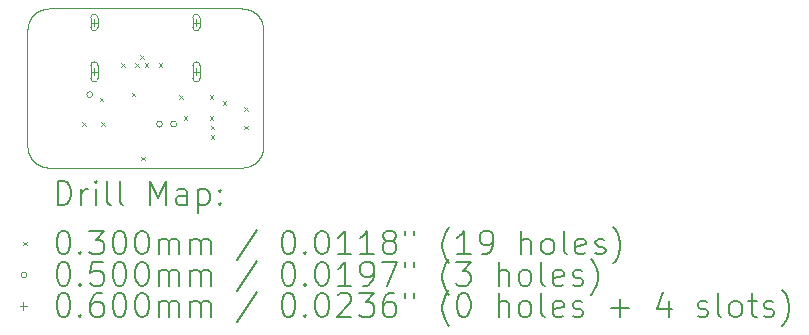
<source format=gbr>
%TF.GenerationSoftware,KiCad,Pcbnew,9.0.6*%
%TF.CreationDate,2026-01-06T08:35:01+09:00*%
%TF.ProjectId,muon,6d756f6e-2e6b-4696-9361-645f70636258,rev?*%
%TF.SameCoordinates,Original*%
%TF.FileFunction,Drillmap*%
%TF.FilePolarity,Positive*%
%FSLAX45Y45*%
G04 Gerber Fmt 4.5, Leading zero omitted, Abs format (unit mm)*
G04 Created by KiCad (PCBNEW 9.0.6) date 2026-01-06 08:35:01*
%MOMM*%
%LPD*%
G01*
G04 APERTURE LIST*
%ADD10C,0.050000*%
%ADD11C,0.200000*%
%ADD12C,0.100000*%
G04 APERTURE END LIST*
D10*
X6400000Y-5236250D02*
X6400000Y-5232992D01*
X6400002Y-5229738D01*
X6400007Y-5226488D01*
X6400017Y-5223242D01*
X6400034Y-5219999D01*
X6400045Y-5218380D01*
X6400058Y-5216761D01*
X6400074Y-5215144D01*
X6400093Y-5213527D01*
X6400114Y-5211912D01*
X6400138Y-5210298D01*
X6400166Y-5208684D01*
X6400197Y-5207072D01*
X6400232Y-5205460D01*
X6400270Y-5203850D01*
X6400313Y-5202241D01*
X6400360Y-5200632D01*
X6400411Y-5199025D01*
X6400467Y-5197419D01*
X6400528Y-5195814D01*
X6400594Y-5194209D01*
X6400666Y-5192606D01*
X6400742Y-5191004D01*
X6400825Y-5189403D01*
X6400913Y-5187803D01*
X6401007Y-5186204D01*
X6401108Y-5184606D01*
X6401215Y-5183009D01*
X6401329Y-5181413D01*
X6401450Y-5179818D01*
X6401578Y-5178224D01*
X6401713Y-5176632D01*
X6401856Y-5175040D01*
X6402006Y-5173449D01*
X6402084Y-5172654D01*
X6402164Y-5171859D01*
X6402246Y-5171065D01*
X6402331Y-5170271D01*
X6402417Y-5169477D01*
X6402505Y-5168683D01*
X6402596Y-5167890D01*
X6402689Y-5167097D01*
X6402784Y-5166304D01*
X6402881Y-5165511D01*
X6402980Y-5164719D01*
X6403082Y-5163927D01*
X6403185Y-5163135D01*
X6403292Y-5162343D01*
X6403400Y-5161552D01*
X6403511Y-5160761D01*
X6403624Y-5159970D01*
X6403740Y-5159180D01*
X6403858Y-5158390D01*
X6403979Y-5157600D01*
X6404102Y-5156810D01*
X6404227Y-5156021D01*
X6404355Y-5155231D01*
X6404486Y-5154442D01*
X6404619Y-5153654D01*
X6404755Y-5152865D01*
X6404893Y-5152077D01*
X6405035Y-5151289D01*
X6405178Y-5150502D01*
X6405325Y-5149715D01*
X6405474Y-5148928D01*
X6405626Y-5148141D01*
X6405781Y-5147354D01*
X6405939Y-5146568D01*
X6406099Y-5145782D01*
X6406263Y-5144996D01*
X6406429Y-5144211D01*
X6406598Y-5143426D01*
X6406770Y-5142641D01*
X6406945Y-5141856D01*
X6407123Y-5141072D01*
X6407304Y-5140288D01*
X6407489Y-5139504D01*
X6407676Y-5138720D01*
X6407866Y-5137937D01*
X6408060Y-5137154D01*
X6408256Y-5136371D01*
X6408456Y-5135589D01*
X6408659Y-5134806D01*
X6408865Y-5134024D01*
X8265976Y-5008865D02*
X8266596Y-5009031D01*
X8267220Y-5009200D01*
X8267835Y-5009369D01*
X8268454Y-5009541D01*
X8269066Y-5009712D01*
X8269680Y-5009887D01*
X8270287Y-5010062D01*
X8270898Y-5010240D01*
X8271501Y-5010418D01*
X8272108Y-5010599D01*
X8272707Y-5010780D01*
X8273310Y-5010964D01*
X8273906Y-5011149D01*
X8274505Y-5011336D01*
X8275098Y-5011523D01*
X8275694Y-5011714D01*
X8276283Y-5011905D01*
X8276875Y-5012098D01*
X8277462Y-5012292D01*
X8278050Y-5012489D01*
X8278634Y-5012686D01*
X8279219Y-5012886D01*
X8279800Y-5013086D01*
X8280382Y-5013290D01*
X8280959Y-5013493D01*
X8281539Y-5013700D01*
X8282113Y-5013906D01*
X8282690Y-5014116D01*
X8283261Y-5014326D01*
X8283835Y-5014539D01*
X8284403Y-5014753D01*
X8284974Y-5014969D01*
X8285540Y-5015185D01*
X8286108Y-5015405D01*
X8286671Y-5015625D01*
X8287236Y-5015847D01*
X8287797Y-5016071D01*
X8288359Y-5016297D01*
X8288917Y-5016523D01*
X8289476Y-5016752D01*
X8290032Y-5016982D01*
X8290589Y-5017214D01*
X8291141Y-5017447D01*
X8291695Y-5017683D01*
X8292246Y-5017919D01*
X8292797Y-5018159D01*
X8293345Y-5018398D01*
X8293894Y-5018640D01*
X8294439Y-5018883D01*
X8294985Y-5019129D01*
X8295528Y-5019375D01*
X8296071Y-5019624D01*
X8296611Y-5019873D01*
X8297153Y-5020125D01*
X8297690Y-5020378D01*
X8298229Y-5020633D01*
X8298764Y-5020889D01*
X8299300Y-5021148D01*
X8299833Y-5021407D01*
X8300366Y-5021669D01*
X8300897Y-5021932D01*
X8301428Y-5022197D01*
X8301956Y-5022463D01*
X8302484Y-5022731D01*
X8303010Y-5023000D01*
X8303536Y-5023272D01*
X8304059Y-5023545D01*
X8304582Y-5023820D01*
X8305103Y-5024095D01*
X8305624Y-5024374D01*
X8306143Y-5024653D01*
X8306661Y-5024934D01*
X8307177Y-5025217D01*
X8307694Y-5025501D01*
X8308207Y-5025787D01*
X8308721Y-5026075D01*
X8309232Y-5026364D01*
X8309744Y-5026655D01*
X8310253Y-5026947D01*
X8310762Y-5027242D01*
X8311269Y-5027538D01*
X8311775Y-5027835D01*
X8312280Y-5028134D01*
X8312784Y-5028435D01*
X8313286Y-5028737D01*
X8313788Y-5029042D01*
X8314288Y-5029347D01*
X8314787Y-5029655D01*
X8315285Y-5029964D01*
X8315782Y-5030275D01*
X8316277Y-5030587D01*
X8316772Y-5030901D01*
X8317265Y-5031216D01*
X8317757Y-5031534D01*
X8318248Y-5031852D01*
X8318738Y-5032173D01*
X8319226Y-5032495D01*
X8319714Y-5032820D01*
X8320200Y-5033145D01*
X8320686Y-5033472D01*
X8321169Y-5033801D01*
X8321653Y-5034132D01*
X8322134Y-5034463D01*
X8322616Y-5034797D01*
X8323094Y-5035133D01*
X8323573Y-5035470D01*
X8324050Y-5035808D01*
X8324527Y-5036149D01*
X8325001Y-5036491D01*
X8325476Y-5036835D01*
X8325948Y-5037180D01*
X8326420Y-5037528D01*
X8326890Y-5037876D01*
X8327360Y-5038227D01*
X8327828Y-5038578D01*
X8328295Y-5038933D01*
X8328874Y-5039374D01*
X6552372Y-5004840D02*
X6553740Y-5004603D01*
X6555120Y-5004372D01*
X6556511Y-5004147D01*
X6557916Y-5003929D01*
X6559333Y-5003716D01*
X6560763Y-5003509D01*
X6562208Y-5003308D01*
X6563667Y-5003113D01*
X6565141Y-5002924D01*
X6566632Y-5002742D01*
X6568139Y-5002565D01*
X6569664Y-5002394D01*
X6571206Y-5002229D01*
X6572768Y-5002070D01*
X6574350Y-5001917D01*
X6575954Y-5001770D01*
X6577580Y-5001629D01*
X6579229Y-5001493D01*
X6580904Y-5001364D01*
X6582605Y-5001241D01*
X6584334Y-5001123D01*
X6586094Y-5001011D01*
X6587886Y-5000906D01*
X6589713Y-5000806D01*
X6591577Y-5000712D01*
X6593482Y-5000624D01*
X6595432Y-5000541D01*
X6597429Y-5000465D01*
X6599481Y-5000395D01*
X6601591Y-5000330D01*
X6603768Y-5000271D01*
X6606021Y-5000218D01*
X6608359Y-5000171D01*
X6610797Y-5000130D01*
X6613355Y-5000094D01*
X6616056Y-5000065D01*
X6618938Y-5000041D01*
X6622058Y-5000022D01*
X6625513Y-5000010D01*
X6629495Y-5000002D01*
X6634534Y-5000000D01*
X6636250Y-5000000D01*
X8400000Y-6113750D02*
X8400000Y-5236250D01*
X8328874Y-5039374D02*
X8329338Y-5039732D01*
X8329803Y-5040091D01*
X8330265Y-5040452D01*
X8330727Y-5040815D01*
X8331187Y-5041179D01*
X8331646Y-5041545D01*
X8332104Y-5041913D01*
X8332560Y-5042282D01*
X8333015Y-5042652D01*
X8333470Y-5043025D01*
X8333922Y-5043398D01*
X8334374Y-5043774D01*
X8334824Y-5044150D01*
X8335273Y-5044529D01*
X8335721Y-5044908D01*
X8336167Y-5045290D01*
X8336612Y-5045673D01*
X8337056Y-5046057D01*
X8337498Y-5046443D01*
X8337940Y-5046831D01*
X8338379Y-5047219D01*
X8338818Y-5047610D01*
X8339254Y-5048002D01*
X8339690Y-5048395D01*
X8340124Y-5048790D01*
X8340557Y-5049186D01*
X8340989Y-5049584D01*
X8341419Y-5049983D01*
X8341848Y-5050383D01*
X8342275Y-5050786D01*
X8342701Y-5051189D01*
X8343126Y-5051594D01*
X8343549Y-5052000D01*
X8343970Y-5052408D01*
X8344390Y-5052817D01*
X8344810Y-5053228D01*
X8345227Y-5053640D01*
X8345643Y-5054053D01*
X8346057Y-5054468D01*
X8346470Y-5054884D01*
X8346882Y-5055301D01*
X8347292Y-5055720D01*
X8347701Y-5056140D01*
X8348108Y-5056562D01*
X8348514Y-5056985D01*
X8348918Y-5057409D01*
X8349320Y-5057835D01*
X8349722Y-5058262D01*
X8350121Y-5058690D01*
X8350520Y-5059120D01*
X8350916Y-5059551D01*
X8351312Y-5059983D01*
X8351705Y-5060417D01*
X8352098Y-5060852D01*
X8352488Y-5061288D01*
X8352878Y-5061725D01*
X8353265Y-5062164D01*
X8353651Y-5062604D01*
X8354036Y-5063046D01*
X8354419Y-5063489D01*
X8354800Y-5063932D01*
X8355181Y-5064378D01*
X8355559Y-5064824D01*
X8355936Y-5065272D01*
X8356311Y-5065721D01*
X8356685Y-5066171D01*
X8357057Y-5066623D01*
X8357428Y-5067076D01*
X8357796Y-5067530D01*
X8358164Y-5067985D01*
X8358530Y-5068442D01*
X8358894Y-5068900D01*
X8359257Y-5069359D01*
X8359618Y-5069819D01*
X8359978Y-5070280D01*
X8360336Y-5070743D01*
X8360692Y-5071207D01*
X8361047Y-5071672D01*
X8361400Y-5072138D01*
X8361752Y-5072606D01*
X8362102Y-5073075D01*
X8362450Y-5073545D01*
X8362797Y-5074016D01*
X8363142Y-5074489D01*
X8363485Y-5074962D01*
X8363828Y-5075437D01*
X8364168Y-5075913D01*
X8364507Y-5076390D01*
X8364844Y-5076868D01*
X8365179Y-5077348D01*
X8365513Y-5077828D01*
X8365845Y-5078311D01*
X8366176Y-5078793D01*
X8366505Y-5079278D01*
X8366832Y-5079763D01*
X8367158Y-5080250D01*
X8367482Y-5080737D01*
X8367805Y-5081226D01*
X8368125Y-5081716D01*
X8368444Y-5082207D01*
X8368762Y-5082699D01*
X8369078Y-5083193D01*
X8369392Y-5083687D01*
X8369705Y-5084183D01*
X8370015Y-5084680D01*
X8370325Y-5085178D01*
X8370632Y-5085677D01*
X8370938Y-5086178D01*
X8371243Y-5086679D01*
X8371545Y-5087182D01*
X8371846Y-5087685D01*
X8372146Y-5088190D01*
X8372631Y-5089018D01*
X6534024Y-6341135D02*
X6533404Y-6340969D01*
X6532780Y-6340800D01*
X6532165Y-6340631D01*
X6531546Y-6340459D01*
X6530934Y-6340288D01*
X6530320Y-6340113D01*
X6529712Y-6339938D01*
X6529102Y-6339760D01*
X6528499Y-6339582D01*
X6527892Y-6339401D01*
X6527292Y-6339220D01*
X6526690Y-6339036D01*
X6526094Y-6338851D01*
X6525495Y-6338664D01*
X6524902Y-6338477D01*
X6524306Y-6338286D01*
X6523717Y-6338095D01*
X6523125Y-6337902D01*
X6522538Y-6337708D01*
X6521950Y-6337511D01*
X6521366Y-6337314D01*
X6520781Y-6337114D01*
X6520200Y-6336914D01*
X6519618Y-6336710D01*
X6519041Y-6336507D01*
X6518461Y-6336300D01*
X6517887Y-6336094D01*
X6517310Y-6335884D01*
X6516739Y-6335674D01*
X6516165Y-6335461D01*
X6515596Y-6335247D01*
X6515026Y-6335031D01*
X6514460Y-6334815D01*
X6513892Y-6334595D01*
X6513329Y-6334375D01*
X6512764Y-6334153D01*
X6512203Y-6333929D01*
X6511641Y-6333703D01*
X6511083Y-6333477D01*
X6510524Y-6333248D01*
X6509968Y-6333018D01*
X6509411Y-6332786D01*
X6508859Y-6332553D01*
X6508304Y-6332317D01*
X6507754Y-6332081D01*
X6507203Y-6331841D01*
X6506655Y-6331602D01*
X6506106Y-6331360D01*
X6505561Y-6331117D01*
X6505015Y-6330871D01*
X6504472Y-6330625D01*
X6503929Y-6330376D01*
X6503388Y-6330127D01*
X6502847Y-6329875D01*
X6502310Y-6329622D01*
X6501771Y-6329367D01*
X6501236Y-6329111D01*
X6500700Y-6328852D01*
X6500167Y-6328593D01*
X6499634Y-6328331D01*
X6499103Y-6328068D01*
X6498572Y-6327803D01*
X6498044Y-6327537D01*
X6497516Y-6327269D01*
X6496990Y-6327000D01*
X6496464Y-6326728D01*
X6495941Y-6326455D01*
X6495417Y-6326180D01*
X6494897Y-6325905D01*
X6494376Y-6325626D01*
X6493857Y-6325347D01*
X6493338Y-6325066D01*
X6492823Y-6324783D01*
X6492306Y-6324499D01*
X6491793Y-6324213D01*
X6491279Y-6323925D01*
X6490767Y-6323636D01*
X6490256Y-6323345D01*
X6489747Y-6323053D01*
X6489238Y-6322758D01*
X6488731Y-6322462D01*
X6488224Y-6322165D01*
X6487720Y-6321866D01*
X6487216Y-6321565D01*
X6486714Y-6321263D01*
X6486212Y-6320958D01*
X6485712Y-6320653D01*
X6485213Y-6320345D01*
X6484715Y-6320036D01*
X6484218Y-6319725D01*
X6483723Y-6319413D01*
X6483228Y-6319099D01*
X6482735Y-6318784D01*
X6482242Y-6318466D01*
X6481752Y-6318148D01*
X6481262Y-6317827D01*
X6480774Y-6317505D01*
X6480285Y-6317180D01*
X6479800Y-6316855D01*
X6479314Y-6316528D01*
X6478830Y-6316199D01*
X6478347Y-6315868D01*
X6477866Y-6315537D01*
X6477384Y-6315203D01*
X6476905Y-6314867D01*
X6476426Y-6314530D01*
X6475950Y-6314192D01*
X6475473Y-6313851D01*
X6474999Y-6313509D01*
X6474524Y-6313165D01*
X6474052Y-6312820D01*
X6473580Y-6312472D01*
X6473110Y-6312124D01*
X6472640Y-6311773D01*
X6472172Y-6311422D01*
X6471705Y-6311067D01*
X6471126Y-6310626D01*
X8310982Y-6322631D02*
X8309970Y-6323217D01*
X8308954Y-6323796D01*
X8307933Y-6324368D01*
X8306909Y-6324933D01*
X8305879Y-6325492D01*
X8304845Y-6326044D01*
X8303807Y-6326589D01*
X8302764Y-6327128D01*
X8301716Y-6327661D01*
X8300664Y-6328186D01*
X8299608Y-6328705D01*
X8298546Y-6329218D01*
X8297480Y-6329724D01*
X8296409Y-6330223D01*
X8295333Y-6330716D01*
X8294252Y-6331203D01*
X8293166Y-6331683D01*
X8292075Y-6332156D01*
X8290979Y-6332623D01*
X8289878Y-6333084D01*
X8288772Y-6333538D01*
X8287660Y-6333985D01*
X8286543Y-6334427D01*
X8285420Y-6334861D01*
X8284292Y-6335290D01*
X8283159Y-6335712D01*
X8282020Y-6336127D01*
X8280875Y-6336537D01*
X8279724Y-6336940D01*
X8278567Y-6337336D01*
X8277405Y-6337726D01*
X8276236Y-6338110D01*
X8275061Y-6338488D01*
X8273879Y-6338859D01*
X8272692Y-6339224D01*
X8271497Y-6339582D01*
X8270296Y-6339934D01*
X8269088Y-6340280D01*
X8267874Y-6340620D01*
X8266652Y-6340953D01*
X8265423Y-6341281D01*
X8264186Y-6341601D01*
X8262942Y-6341916D01*
X8261690Y-6342225D01*
X8260430Y-6342527D01*
X8259161Y-6342823D01*
X8257885Y-6343113D01*
X8256599Y-6343397D01*
X8255305Y-6343674D01*
X8254001Y-6343946D01*
X8252687Y-6344211D01*
X8251364Y-6344470D01*
X8250030Y-6344723D01*
X8248686Y-6344971D01*
X8247628Y-6345160D01*
X8163750Y-5000000D02*
X8167008Y-5000000D01*
X8170262Y-5000002D01*
X8173512Y-5000007D01*
X8176758Y-5000017D01*
X8180001Y-5000034D01*
X8181620Y-5000045D01*
X8183239Y-5000058D01*
X8184856Y-5000074D01*
X8186473Y-5000093D01*
X8188088Y-5000114D01*
X8189702Y-5000139D01*
X8191316Y-5000166D01*
X8192928Y-5000197D01*
X8194540Y-5000232D01*
X8196150Y-5000271D01*
X8197759Y-5000313D01*
X8199368Y-5000360D01*
X8200975Y-5000412D01*
X8202581Y-5000468D01*
X8204186Y-5000528D01*
X8205791Y-5000594D01*
X8207394Y-5000666D01*
X8208996Y-5000742D01*
X8210597Y-5000825D01*
X8212197Y-5000913D01*
X8213796Y-5001008D01*
X8215394Y-5001108D01*
X8216991Y-5001215D01*
X8218587Y-5001329D01*
X8220182Y-5001450D01*
X8221776Y-5001578D01*
X8223368Y-5001713D01*
X8224960Y-5001856D01*
X8226551Y-5002006D01*
X8227346Y-5002084D01*
X8228141Y-5002164D01*
X8228935Y-5002247D01*
X8229729Y-5002331D01*
X8230523Y-5002417D01*
X8231317Y-5002506D01*
X8232110Y-5002596D01*
X8232903Y-5002689D01*
X8233696Y-5002784D01*
X8234489Y-5002881D01*
X8235281Y-5002980D01*
X8236073Y-5003082D01*
X8236865Y-5003186D01*
X8237657Y-5003292D01*
X8238448Y-5003400D01*
X8239239Y-5003511D01*
X8240030Y-5003624D01*
X8240820Y-5003740D01*
X8241610Y-5003858D01*
X8242400Y-5003979D01*
X8243190Y-5004102D01*
X8243979Y-5004227D01*
X8244769Y-5004355D01*
X8245558Y-5004486D01*
X8246346Y-5004619D01*
X8247135Y-5004755D01*
X8247923Y-5004894D01*
X8248711Y-5005035D01*
X8249498Y-5005179D01*
X8250285Y-5005325D01*
X8251072Y-5005474D01*
X8251859Y-5005626D01*
X8252646Y-5005781D01*
X8253432Y-5005939D01*
X8254218Y-5006099D01*
X8255004Y-5006263D01*
X8255789Y-5006429D01*
X8256574Y-5006598D01*
X8257359Y-5006770D01*
X8258144Y-5006945D01*
X8258928Y-5007123D01*
X8259712Y-5007305D01*
X8260496Y-5007489D01*
X8261280Y-5007676D01*
X8262063Y-5007866D01*
X8262846Y-5008060D01*
X8263629Y-5008256D01*
X8264411Y-5008456D01*
X8265194Y-5008659D01*
X8265976Y-5008865D01*
X6636250Y-6350000D02*
X6632992Y-6350000D01*
X6629738Y-6349998D01*
X6626488Y-6349993D01*
X6623241Y-6349983D01*
X6619999Y-6349966D01*
X6618380Y-6349955D01*
X6616761Y-6349942D01*
X6615144Y-6349926D01*
X6613527Y-6349907D01*
X6611912Y-6349886D01*
X6610297Y-6349861D01*
X6608684Y-6349834D01*
X6607072Y-6349803D01*
X6605460Y-6349768D01*
X6603850Y-6349729D01*
X6602241Y-6349687D01*
X6600632Y-6349640D01*
X6599025Y-6349588D01*
X6597419Y-6349532D01*
X6595814Y-6349472D01*
X6594209Y-6349406D01*
X6592606Y-6349334D01*
X6591004Y-6349258D01*
X6589403Y-6349175D01*
X6587803Y-6349087D01*
X6586204Y-6348992D01*
X6584606Y-6348892D01*
X6583009Y-6348785D01*
X6581413Y-6348671D01*
X6579818Y-6348550D01*
X6578224Y-6348422D01*
X6576631Y-6348287D01*
X6575040Y-6348144D01*
X6573449Y-6347994D01*
X6572654Y-6347916D01*
X6571859Y-6347836D01*
X6571065Y-6347753D01*
X6570271Y-6347669D01*
X6569477Y-6347583D01*
X6568683Y-6347494D01*
X6567890Y-6347404D01*
X6567097Y-6347311D01*
X6566304Y-6347216D01*
X6565511Y-6347119D01*
X6564719Y-6347020D01*
X6563927Y-6346918D01*
X6563135Y-6346814D01*
X6562343Y-6346708D01*
X6561552Y-6346600D01*
X6560761Y-6346489D01*
X6559970Y-6346376D01*
X6559180Y-6346260D01*
X6558390Y-6346142D01*
X6557600Y-6346021D01*
X6556810Y-6345898D01*
X6556020Y-6345773D01*
X6555231Y-6345645D01*
X6554442Y-6345514D01*
X6553654Y-6345381D01*
X6552865Y-6345245D01*
X6552077Y-6345106D01*
X6551289Y-6344965D01*
X6550502Y-6344821D01*
X6549714Y-6344675D01*
X6548927Y-6344526D01*
X6548141Y-6344374D01*
X6547354Y-6344219D01*
X6546568Y-6344061D01*
X6545782Y-6343901D01*
X6544996Y-6343737D01*
X6544211Y-6343571D01*
X6543426Y-6343402D01*
X6542641Y-6343230D01*
X6541856Y-6343055D01*
X6541072Y-6342877D01*
X6540288Y-6342695D01*
X6539504Y-6342511D01*
X6538720Y-6342324D01*
X6537937Y-6342134D01*
X6537154Y-6341940D01*
X6536371Y-6341744D01*
X6535588Y-6341544D01*
X6534806Y-6341341D01*
X6534024Y-6341135D01*
X8372631Y-5089018D02*
X8373217Y-5090030D01*
X8373796Y-5091046D01*
X8374368Y-5092067D01*
X8374933Y-5093091D01*
X8375492Y-5094121D01*
X8376044Y-5095155D01*
X8376589Y-5096193D01*
X8377128Y-5097236D01*
X8377661Y-5098284D01*
X8378186Y-5099336D01*
X8378705Y-5100392D01*
X8379218Y-5101454D01*
X8379724Y-5102520D01*
X8380223Y-5103591D01*
X8380716Y-5104667D01*
X8381203Y-5105748D01*
X8381683Y-5106834D01*
X8382156Y-5107925D01*
X8382623Y-5109021D01*
X8383084Y-5110122D01*
X8383538Y-5111228D01*
X8383985Y-5112340D01*
X8384427Y-5113457D01*
X8384861Y-5114580D01*
X8385290Y-5115708D01*
X8385712Y-5116841D01*
X8386127Y-5117980D01*
X8386537Y-5119125D01*
X8386940Y-5120276D01*
X8387336Y-5121433D01*
X8387726Y-5122595D01*
X8388110Y-5123764D01*
X8388488Y-5124939D01*
X8388859Y-5126121D01*
X8389224Y-5127308D01*
X8389582Y-5128503D01*
X8389934Y-5129704D01*
X8390280Y-5130912D01*
X8390620Y-5132126D01*
X8390953Y-5133348D01*
X8391281Y-5134577D01*
X8391602Y-5135814D01*
X8391916Y-5137058D01*
X8392225Y-5138310D01*
X8392527Y-5139570D01*
X8392823Y-5140839D01*
X8393113Y-5142115D01*
X8393397Y-5143401D01*
X8393674Y-5144695D01*
X8393946Y-5145999D01*
X8394211Y-5147313D01*
X8394470Y-5148636D01*
X8394723Y-5149970D01*
X8394971Y-5151314D01*
X8395160Y-5152372D01*
X6471126Y-6310626D02*
X6470662Y-6310268D01*
X6470197Y-6309909D01*
X6469735Y-6309548D01*
X6469273Y-6309185D01*
X6468813Y-6308821D01*
X6468354Y-6308455D01*
X6467896Y-6308087D01*
X6467439Y-6307718D01*
X6466984Y-6307348D01*
X6466530Y-6306975D01*
X6466078Y-6306602D01*
X6465626Y-6306226D01*
X6465176Y-6305850D01*
X6464727Y-6305471D01*
X6464279Y-6305092D01*
X6463833Y-6304710D01*
X6463388Y-6304327D01*
X6462944Y-6303943D01*
X6462502Y-6303557D01*
X6462060Y-6303169D01*
X6461621Y-6302781D01*
X6461182Y-6302390D01*
X6460746Y-6301998D01*
X6460310Y-6301605D01*
X6459876Y-6301210D01*
X6459442Y-6300814D01*
X6459011Y-6300416D01*
X6458581Y-6300017D01*
X6458152Y-6299617D01*
X6457725Y-6299214D01*
X6457299Y-6298811D01*
X6456874Y-6298406D01*
X6456451Y-6298000D01*
X6456029Y-6297592D01*
X6455609Y-6297183D01*
X6455190Y-6296772D01*
X6454773Y-6296360D01*
X6454357Y-6295947D01*
X6453943Y-6295532D01*
X6453529Y-6295116D01*
X6453118Y-6294699D01*
X6452708Y-6294280D01*
X6452299Y-6293860D01*
X6451892Y-6293438D01*
X6451486Y-6293015D01*
X6451082Y-6292591D01*
X6450679Y-6292165D01*
X6450278Y-6291738D01*
X6449878Y-6291310D01*
X6449480Y-6290880D01*
X6449083Y-6290449D01*
X6448688Y-6290017D01*
X6448294Y-6289583D01*
X6447902Y-6289148D01*
X6447512Y-6288712D01*
X6447122Y-6288275D01*
X6446735Y-6287836D01*
X6446348Y-6287396D01*
X6445964Y-6286954D01*
X6445581Y-6286511D01*
X6445200Y-6286068D01*
X6444819Y-6285622D01*
X6444441Y-6285176D01*
X6444064Y-6284728D01*
X6443689Y-6284279D01*
X6443315Y-6283829D01*
X6442943Y-6283377D01*
X6442572Y-6282924D01*
X6442203Y-6282470D01*
X6441836Y-6282015D01*
X6441470Y-6281558D01*
X6441106Y-6281100D01*
X6440743Y-6280641D01*
X6440382Y-6280181D01*
X6440022Y-6279720D01*
X6439664Y-6279257D01*
X6439308Y-6278793D01*
X6438953Y-6278328D01*
X6438600Y-6277862D01*
X6438248Y-6277394D01*
X6437898Y-6276925D01*
X6437550Y-6276455D01*
X6437203Y-6275984D01*
X6436858Y-6275511D01*
X6436514Y-6275038D01*
X6436172Y-6274563D01*
X6435832Y-6274087D01*
X6435493Y-6273610D01*
X6435156Y-6273132D01*
X6434821Y-6272652D01*
X6434487Y-6272172D01*
X6434155Y-6271689D01*
X6433824Y-6271207D01*
X6433495Y-6270722D01*
X6433168Y-6270237D01*
X6432842Y-6269750D01*
X6432518Y-6269263D01*
X6432195Y-6268774D01*
X6431875Y-6268284D01*
X6431555Y-6267793D01*
X6431238Y-6267301D01*
X6430922Y-6266807D01*
X6430608Y-6266313D01*
X6430295Y-6265817D01*
X6429984Y-6265320D01*
X6429675Y-6264822D01*
X6429368Y-6264323D01*
X6429061Y-6263822D01*
X6428757Y-6263321D01*
X6428454Y-6262818D01*
X6428154Y-6262315D01*
X6427854Y-6261810D01*
X6427369Y-6260982D01*
X8360626Y-6278874D02*
X8360268Y-6279338D01*
X8359909Y-6279803D01*
X8359548Y-6280265D01*
X8359185Y-6280727D01*
X8358821Y-6281187D01*
X8358455Y-6281646D01*
X8358087Y-6282104D01*
X8357718Y-6282560D01*
X8357348Y-6283015D01*
X8356975Y-6283470D01*
X8356602Y-6283922D01*
X8356226Y-6284374D01*
X8355850Y-6284824D01*
X8355471Y-6285273D01*
X8355092Y-6285721D01*
X8354710Y-6286167D01*
X8354327Y-6286612D01*
X8353943Y-6287056D01*
X8353557Y-6287498D01*
X8353169Y-6287940D01*
X8352781Y-6288379D01*
X8352390Y-6288818D01*
X8351998Y-6289254D01*
X8351605Y-6289690D01*
X8351210Y-6290124D01*
X8350814Y-6290557D01*
X8350416Y-6290989D01*
X8350017Y-6291419D01*
X8349617Y-6291848D01*
X8349214Y-6292275D01*
X8348811Y-6292701D01*
X8348406Y-6293126D01*
X8348000Y-6293549D01*
X8347592Y-6293970D01*
X8347183Y-6294390D01*
X8346772Y-6294810D01*
X8346360Y-6295227D01*
X8345947Y-6295643D01*
X8345532Y-6296057D01*
X8345116Y-6296470D01*
X8344699Y-6296882D01*
X8344280Y-6297292D01*
X8343860Y-6297701D01*
X8343438Y-6298108D01*
X8343015Y-6298514D01*
X8342591Y-6298918D01*
X8342165Y-6299320D01*
X8341738Y-6299722D01*
X8341310Y-6300121D01*
X8340880Y-6300520D01*
X8340449Y-6300916D01*
X8340017Y-6301312D01*
X8339583Y-6301705D01*
X8339148Y-6302098D01*
X8338712Y-6302488D01*
X8338275Y-6302878D01*
X8337836Y-6303265D01*
X8337396Y-6303651D01*
X8336954Y-6304036D01*
X8336511Y-6304419D01*
X8336068Y-6304800D01*
X8335622Y-6305181D01*
X8335176Y-6305559D01*
X8334728Y-6305936D01*
X8334279Y-6306311D01*
X8333829Y-6306685D01*
X8333377Y-6307057D01*
X8332924Y-6307428D01*
X8332470Y-6307796D01*
X8332015Y-6308164D01*
X8331558Y-6308530D01*
X8331100Y-6308894D01*
X8330641Y-6309257D01*
X8330181Y-6309618D01*
X8329720Y-6309978D01*
X8329257Y-6310336D01*
X8328793Y-6310692D01*
X8328328Y-6311047D01*
X8327862Y-6311400D01*
X8327394Y-6311752D01*
X8326925Y-6312102D01*
X8326455Y-6312450D01*
X8325984Y-6312797D01*
X8325511Y-6313142D01*
X8325038Y-6313485D01*
X8324563Y-6313828D01*
X8324087Y-6314168D01*
X8323610Y-6314507D01*
X8323132Y-6314844D01*
X8322652Y-6315179D01*
X8322172Y-6315513D01*
X8321689Y-6315845D01*
X8321207Y-6316176D01*
X8320722Y-6316505D01*
X8320237Y-6316832D01*
X8319750Y-6317158D01*
X8319263Y-6317482D01*
X8318774Y-6317805D01*
X8318284Y-6318125D01*
X8317793Y-6318444D01*
X8317301Y-6318762D01*
X8316807Y-6319078D01*
X8316313Y-6319392D01*
X8315817Y-6319705D01*
X8315320Y-6320015D01*
X8314822Y-6320325D01*
X8314323Y-6320632D01*
X8313822Y-6320938D01*
X8313321Y-6321243D01*
X8312818Y-6321545D01*
X8312315Y-6321846D01*
X8311810Y-6322146D01*
X8310982Y-6322631D01*
X6404840Y-6197628D02*
X6404603Y-6196260D01*
X6404372Y-6194880D01*
X6404147Y-6193488D01*
X6403928Y-6192084D01*
X6403716Y-6190667D01*
X6403509Y-6189237D01*
X6403308Y-6187792D01*
X6403113Y-6186333D01*
X6402924Y-6184858D01*
X6402742Y-6183368D01*
X6402565Y-6181861D01*
X6402394Y-6180336D01*
X6402229Y-6178794D01*
X6402070Y-6177232D01*
X6401917Y-6175649D01*
X6401770Y-6174046D01*
X6401629Y-6172420D01*
X6401493Y-6170771D01*
X6401364Y-6169096D01*
X6401240Y-6167395D01*
X6401123Y-6165666D01*
X6401011Y-6163906D01*
X6400906Y-6162114D01*
X6400806Y-6160287D01*
X6400712Y-6158423D01*
X6400624Y-6156518D01*
X6400541Y-6154568D01*
X6400465Y-6152570D01*
X6400395Y-6150519D01*
X6400330Y-6148409D01*
X6400271Y-6146231D01*
X6400218Y-6143979D01*
X6400171Y-6141641D01*
X6400130Y-6139202D01*
X6400094Y-6136645D01*
X6400064Y-6133944D01*
X6400041Y-6131062D01*
X6400022Y-6127942D01*
X6400010Y-6124487D01*
X6400002Y-6120505D01*
X6400000Y-6115466D01*
X6400000Y-6113750D01*
X6489018Y-5027369D02*
X6490030Y-5026783D01*
X6491046Y-5026204D01*
X6492066Y-5025632D01*
X6493091Y-5025067D01*
X6494121Y-5024508D01*
X6495155Y-5023956D01*
X6496193Y-5023411D01*
X6497236Y-5022872D01*
X6498283Y-5022339D01*
X6499336Y-5021814D01*
X6500392Y-5021295D01*
X6501454Y-5020782D01*
X6502520Y-5020276D01*
X6503591Y-5019777D01*
X6504667Y-5019284D01*
X6505748Y-5018797D01*
X6506834Y-5018317D01*
X6507925Y-5017844D01*
X6509021Y-5017377D01*
X6510122Y-5016916D01*
X6511228Y-5016462D01*
X6512340Y-5016015D01*
X6513457Y-5015573D01*
X6514580Y-5015139D01*
X6515707Y-5014710D01*
X6516841Y-5014288D01*
X6517980Y-5013873D01*
X6519125Y-5013463D01*
X6520276Y-5013060D01*
X6521433Y-5012664D01*
X6522595Y-5012274D01*
X6523764Y-5011890D01*
X6524939Y-5011512D01*
X6526120Y-5011141D01*
X6527308Y-5010776D01*
X6528503Y-5010418D01*
X6529704Y-5010066D01*
X6530911Y-5009720D01*
X6532126Y-5009380D01*
X6533348Y-5009047D01*
X6534577Y-5008719D01*
X6535814Y-5008399D01*
X6537058Y-5008084D01*
X6538310Y-5007775D01*
X6539570Y-5007473D01*
X6540839Y-5007177D01*
X6542115Y-5006887D01*
X6543401Y-5006603D01*
X6544695Y-5006326D01*
X6545999Y-5006054D01*
X6547312Y-5005789D01*
X6548636Y-5005530D01*
X6549969Y-5005277D01*
X6551314Y-5005029D01*
X6552372Y-5004840D01*
X6636250Y-6350000D02*
X8163750Y-6350000D01*
X6408865Y-5134024D02*
X6409031Y-5133404D01*
X6409200Y-5132780D01*
X6409369Y-5132165D01*
X6409540Y-5131546D01*
X6409712Y-5130934D01*
X6409887Y-5130320D01*
X6410062Y-5129713D01*
X6410240Y-5129102D01*
X6410418Y-5128499D01*
X6410599Y-5127892D01*
X6410780Y-5127293D01*
X6410964Y-5126690D01*
X6411149Y-5126094D01*
X6411336Y-5125495D01*
X6411523Y-5124902D01*
X6411714Y-5124306D01*
X6411904Y-5123717D01*
X6412098Y-5123125D01*
X6412292Y-5122538D01*
X6412489Y-5121950D01*
X6412686Y-5121366D01*
X6412886Y-5120781D01*
X6413086Y-5120200D01*
X6413289Y-5119618D01*
X6413493Y-5119041D01*
X6413699Y-5118461D01*
X6413906Y-5117887D01*
X6414116Y-5117310D01*
X6414326Y-5116739D01*
X6414539Y-5116165D01*
X6414752Y-5115597D01*
X6414969Y-5115026D01*
X6415185Y-5114460D01*
X6415405Y-5113892D01*
X6415625Y-5113329D01*
X6415847Y-5112764D01*
X6416070Y-5112203D01*
X6416296Y-5111641D01*
X6416523Y-5111083D01*
X6416752Y-5110524D01*
X6416982Y-5109968D01*
X6417214Y-5109411D01*
X6417447Y-5108859D01*
X6417683Y-5108305D01*
X6417919Y-5107754D01*
X6418158Y-5107203D01*
X6418398Y-5106655D01*
X6418640Y-5106106D01*
X6418883Y-5105561D01*
X6419129Y-5105015D01*
X6419375Y-5104472D01*
X6419624Y-5103929D01*
X6419873Y-5103389D01*
X6420125Y-5102847D01*
X6420378Y-5102310D01*
X6420633Y-5101771D01*
X6420889Y-5101236D01*
X6421148Y-5100700D01*
X6421407Y-5100167D01*
X6421669Y-5099634D01*
X6421932Y-5099103D01*
X6422197Y-5098572D01*
X6422463Y-5098044D01*
X6422731Y-5097516D01*
X6423000Y-5096990D01*
X6423272Y-5096464D01*
X6423545Y-5095941D01*
X6423820Y-5095418D01*
X6424095Y-5094897D01*
X6424374Y-5094376D01*
X6424653Y-5093857D01*
X6424934Y-5093339D01*
X6425216Y-5092823D01*
X6425501Y-5092306D01*
X6425787Y-5091793D01*
X6426075Y-5091279D01*
X6426364Y-5090768D01*
X6426655Y-5090256D01*
X6426947Y-5089747D01*
X6427242Y-5089238D01*
X6427537Y-5088731D01*
X6427835Y-5088225D01*
X6428134Y-5087720D01*
X6428435Y-5087216D01*
X6428737Y-5086714D01*
X6429042Y-5086212D01*
X6429347Y-5085712D01*
X6429655Y-5085213D01*
X6429964Y-5084715D01*
X6430275Y-5084218D01*
X6430587Y-5083723D01*
X6430901Y-5083228D01*
X6431216Y-5082735D01*
X6431534Y-5082243D01*
X6431852Y-5081752D01*
X6432173Y-5081262D01*
X6432495Y-5080774D01*
X6432819Y-5080286D01*
X6433145Y-5079800D01*
X6433472Y-5079314D01*
X6433801Y-5078831D01*
X6434131Y-5078347D01*
X6434463Y-5077866D01*
X6434797Y-5077384D01*
X6435132Y-5076906D01*
X6435470Y-5076427D01*
X6435808Y-5075950D01*
X6436149Y-5075473D01*
X6436491Y-5074999D01*
X6436835Y-5074524D01*
X6437180Y-5074052D01*
X6437527Y-5073580D01*
X6437876Y-5073110D01*
X6438227Y-5072640D01*
X6438578Y-5072172D01*
X6438932Y-5071705D01*
X6439374Y-5071126D01*
X8400000Y-6113750D02*
X8400000Y-6117008D01*
X8399998Y-6120262D01*
X8399993Y-6123512D01*
X8399983Y-6126758D01*
X8399966Y-6130001D01*
X8399955Y-6131620D01*
X8399942Y-6133239D01*
X8399926Y-6134856D01*
X8399907Y-6136473D01*
X8399886Y-6138088D01*
X8399862Y-6139702D01*
X8399834Y-6141316D01*
X8399803Y-6142928D01*
X8399768Y-6144540D01*
X8399730Y-6146150D01*
X8399687Y-6147759D01*
X8399640Y-6149368D01*
X8399589Y-6150975D01*
X8399533Y-6152581D01*
X8399472Y-6154186D01*
X8399406Y-6155791D01*
X8399334Y-6157394D01*
X8399258Y-6158996D01*
X8399175Y-6160597D01*
X8399087Y-6162197D01*
X8398993Y-6163796D01*
X8398892Y-6165394D01*
X8398785Y-6166991D01*
X8398671Y-6168587D01*
X8398550Y-6170182D01*
X8398422Y-6171776D01*
X8398287Y-6173368D01*
X8398144Y-6174960D01*
X8397994Y-6176551D01*
X8397916Y-6177346D01*
X8397836Y-6178141D01*
X8397754Y-6178935D01*
X8397669Y-6179729D01*
X8397583Y-6180523D01*
X8397495Y-6181317D01*
X8397404Y-6182110D01*
X8397311Y-6182903D01*
X8397216Y-6183696D01*
X8397119Y-6184489D01*
X8397020Y-6185281D01*
X8396918Y-6186073D01*
X8396815Y-6186865D01*
X8396708Y-6187657D01*
X8396600Y-6188448D01*
X8396489Y-6189239D01*
X8396376Y-6190030D01*
X8396260Y-6190820D01*
X8396142Y-6191610D01*
X8396021Y-6192400D01*
X8395898Y-6193190D01*
X8395773Y-6193979D01*
X8395645Y-6194769D01*
X8395514Y-6195558D01*
X8395381Y-6196346D01*
X8395245Y-6197135D01*
X8395107Y-6197923D01*
X8394965Y-6198711D01*
X8394822Y-6199498D01*
X8394675Y-6200285D01*
X8394526Y-6201072D01*
X8394374Y-6201859D01*
X8394219Y-6202646D01*
X8394061Y-6203432D01*
X8393901Y-6204218D01*
X8393737Y-6205004D01*
X8393571Y-6205789D01*
X8393402Y-6206574D01*
X8393230Y-6207359D01*
X8393055Y-6208144D01*
X8392877Y-6208928D01*
X8392696Y-6209712D01*
X8392511Y-6210496D01*
X8392324Y-6211280D01*
X8392134Y-6212063D01*
X8391940Y-6212846D01*
X8391744Y-6213629D01*
X8391544Y-6214411D01*
X8391341Y-6215194D01*
X8391135Y-6215976D01*
X6427369Y-6260982D02*
X6426783Y-6259970D01*
X6426204Y-6258954D01*
X6425632Y-6257933D01*
X6425067Y-6256909D01*
X6424508Y-6255879D01*
X6423956Y-6254845D01*
X6423410Y-6253807D01*
X6422872Y-6252764D01*
X6422339Y-6251716D01*
X6421814Y-6250664D01*
X6421295Y-6249608D01*
X6420782Y-6248546D01*
X6420276Y-6247480D01*
X6419777Y-6246409D01*
X6419284Y-6245333D01*
X6418797Y-6244252D01*
X6418317Y-6243166D01*
X6417844Y-6242075D01*
X6417377Y-6240979D01*
X6416916Y-6239878D01*
X6416462Y-6238772D01*
X6416014Y-6237660D01*
X6415573Y-6236543D01*
X6415138Y-6235420D01*
X6414710Y-6234292D01*
X6414288Y-6233159D01*
X6413872Y-6232020D01*
X6413463Y-6230875D01*
X6413060Y-6229724D01*
X6412664Y-6228567D01*
X6412274Y-6227405D01*
X6411890Y-6226236D01*
X6411512Y-6225061D01*
X6411141Y-6223879D01*
X6410776Y-6222692D01*
X6410418Y-6221497D01*
X6410066Y-6220296D01*
X6409720Y-6219088D01*
X6409380Y-6217874D01*
X6409047Y-6216652D01*
X6408719Y-6215423D01*
X6408398Y-6214186D01*
X6408084Y-6212942D01*
X6407775Y-6211690D01*
X6407473Y-6210430D01*
X6407177Y-6209161D01*
X6406887Y-6207885D01*
X6406603Y-6206599D01*
X6406326Y-6205305D01*
X6406054Y-6204001D01*
X6405789Y-6202687D01*
X6405530Y-6201364D01*
X6405277Y-6200030D01*
X6405029Y-6198686D01*
X6404840Y-6197628D01*
X8395160Y-5152372D02*
X8395397Y-5153740D01*
X8395628Y-5155120D01*
X8395853Y-5156512D01*
X8396072Y-5157916D01*
X8396284Y-5159333D01*
X8396491Y-5160763D01*
X8396692Y-5162208D01*
X8396887Y-5163667D01*
X8397076Y-5165142D01*
X8397258Y-5166632D01*
X8397435Y-5168139D01*
X8397606Y-5169664D01*
X8397771Y-5171206D01*
X8397930Y-5172768D01*
X8398083Y-5174351D01*
X8398230Y-5175954D01*
X8398371Y-5177580D01*
X8398507Y-5179229D01*
X8398636Y-5180904D01*
X8398760Y-5182605D01*
X8398877Y-5184334D01*
X8398989Y-5186094D01*
X8399094Y-5187886D01*
X8399194Y-5189713D01*
X8399288Y-5191577D01*
X8399376Y-5193482D01*
X8399459Y-5195432D01*
X8399535Y-5197430D01*
X8399605Y-5199481D01*
X8399670Y-5201591D01*
X8399729Y-5203769D01*
X8399782Y-5206021D01*
X8399829Y-5208359D01*
X8399870Y-5210798D01*
X8399906Y-5213355D01*
X8399936Y-5216056D01*
X8399959Y-5218938D01*
X8399978Y-5222058D01*
X8399990Y-5225513D01*
X8399998Y-5229495D01*
X8400000Y-5234534D01*
X8400000Y-5236250D01*
X8391135Y-6215976D02*
X8390969Y-6216596D01*
X8390800Y-6217220D01*
X8390631Y-6217835D01*
X8390460Y-6218454D01*
X8390288Y-6219066D01*
X8390113Y-6219680D01*
X8389938Y-6220287D01*
X8389760Y-6220898D01*
X8389582Y-6221501D01*
X8389401Y-6222108D01*
X8389220Y-6222707D01*
X8389036Y-6223310D01*
X8388851Y-6223906D01*
X8388664Y-6224505D01*
X8388477Y-6225098D01*
X8388286Y-6225694D01*
X8388095Y-6226283D01*
X8387902Y-6226875D01*
X8387708Y-6227462D01*
X8387511Y-6228050D01*
X8387314Y-6228634D01*
X8387114Y-6229219D01*
X8386914Y-6229800D01*
X8386710Y-6230382D01*
X8386507Y-6230959D01*
X8386300Y-6231539D01*
X8386094Y-6232113D01*
X8385884Y-6232690D01*
X8385674Y-6233261D01*
X8385461Y-6233835D01*
X8385247Y-6234403D01*
X8385031Y-6234974D01*
X8384815Y-6235540D01*
X8384595Y-6236108D01*
X8384375Y-6236671D01*
X8384153Y-6237236D01*
X8383929Y-6237797D01*
X8383703Y-6238359D01*
X8383477Y-6238917D01*
X8383248Y-6239476D01*
X8383018Y-6240032D01*
X8382786Y-6240589D01*
X8382553Y-6241141D01*
X8382317Y-6241695D01*
X8382081Y-6242246D01*
X8381841Y-6242797D01*
X8381602Y-6243345D01*
X8381360Y-6243894D01*
X8381117Y-6244439D01*
X8380871Y-6244985D01*
X8380625Y-6245528D01*
X8380376Y-6246071D01*
X8380127Y-6246611D01*
X8379875Y-6247153D01*
X8379622Y-6247690D01*
X8379367Y-6248229D01*
X8379111Y-6248764D01*
X8378852Y-6249300D01*
X8378593Y-6249833D01*
X8378331Y-6250366D01*
X8378068Y-6250897D01*
X8377803Y-6251428D01*
X8377537Y-6251956D01*
X8377269Y-6252484D01*
X8377000Y-6253010D01*
X8376728Y-6253536D01*
X8376455Y-6254059D01*
X8376180Y-6254582D01*
X8375905Y-6255103D01*
X8375626Y-6255624D01*
X8375347Y-6256143D01*
X8375066Y-6256661D01*
X8374783Y-6257177D01*
X8374499Y-6257694D01*
X8374213Y-6258207D01*
X8373925Y-6258721D01*
X8373636Y-6259232D01*
X8373345Y-6259744D01*
X8373053Y-6260253D01*
X8372758Y-6260762D01*
X8372462Y-6261269D01*
X8372165Y-6261775D01*
X8371866Y-6262280D01*
X8371565Y-6262784D01*
X8371263Y-6263286D01*
X8370958Y-6263788D01*
X8370653Y-6264288D01*
X8370345Y-6264787D01*
X8370036Y-6265285D01*
X8369725Y-6265782D01*
X8369413Y-6266277D01*
X8369099Y-6266772D01*
X8368784Y-6267265D01*
X8368466Y-6267757D01*
X8368148Y-6268248D01*
X8367827Y-6268738D01*
X8367505Y-6269226D01*
X8367180Y-6269714D01*
X8366855Y-6270200D01*
X8366528Y-6270686D01*
X8366199Y-6271169D01*
X8365868Y-6271653D01*
X8365537Y-6272134D01*
X8365203Y-6272616D01*
X8364867Y-6273094D01*
X8364530Y-6273573D01*
X8364192Y-6274050D01*
X8363851Y-6274527D01*
X8363509Y-6275001D01*
X8363165Y-6275476D01*
X8362820Y-6275948D01*
X8362472Y-6276420D01*
X8362124Y-6276890D01*
X8361773Y-6277360D01*
X8361422Y-6277828D01*
X8361067Y-6278295D01*
X8360626Y-6278874D01*
X8163750Y-5000000D02*
X6636250Y-5000000D01*
X6439374Y-5071126D02*
X6439732Y-5070662D01*
X6440091Y-5070197D01*
X6440452Y-5069735D01*
X6440815Y-5069273D01*
X6441179Y-5068813D01*
X6441545Y-5068354D01*
X6441913Y-5067896D01*
X6442282Y-5067440D01*
X6442652Y-5066985D01*
X6443025Y-5066530D01*
X6443398Y-5066078D01*
X6443774Y-5065626D01*
X6444150Y-5065176D01*
X6444529Y-5064727D01*
X6444908Y-5064279D01*
X6445290Y-5063833D01*
X6445673Y-5063388D01*
X6446057Y-5062944D01*
X6446443Y-5062502D01*
X6446831Y-5062060D01*
X6447219Y-5061621D01*
X6447610Y-5061182D01*
X6448001Y-5060746D01*
X6448395Y-5060310D01*
X6448790Y-5059876D01*
X6449186Y-5059443D01*
X6449584Y-5059011D01*
X6449983Y-5058581D01*
X6450383Y-5058152D01*
X6450786Y-5057725D01*
X6451189Y-5057299D01*
X6451594Y-5056874D01*
X6452000Y-5056451D01*
X6452408Y-5056030D01*
X6452817Y-5055610D01*
X6453228Y-5055190D01*
X6453639Y-5054773D01*
X6454053Y-5054357D01*
X6454468Y-5053943D01*
X6454884Y-5053530D01*
X6455301Y-5053118D01*
X6455720Y-5052708D01*
X6456140Y-5052299D01*
X6456562Y-5051892D01*
X6456985Y-5051486D01*
X6457409Y-5051082D01*
X6457835Y-5050680D01*
X6458262Y-5050278D01*
X6458690Y-5049879D01*
X6459120Y-5049480D01*
X6459551Y-5049084D01*
X6459983Y-5048688D01*
X6460416Y-5048295D01*
X6460852Y-5047902D01*
X6461288Y-5047512D01*
X6461725Y-5047122D01*
X6462164Y-5046735D01*
X6462604Y-5046349D01*
X6463045Y-5045964D01*
X6463488Y-5045581D01*
X6463932Y-5045200D01*
X6464378Y-5044819D01*
X6464824Y-5044441D01*
X6465272Y-5044064D01*
X6465721Y-5043689D01*
X6466171Y-5043315D01*
X6466623Y-5042943D01*
X6467076Y-5042572D01*
X6467530Y-5042204D01*
X6467985Y-5041836D01*
X6468442Y-5041470D01*
X6468900Y-5041106D01*
X6469358Y-5040743D01*
X6469819Y-5040382D01*
X6470280Y-5040022D01*
X6470743Y-5039664D01*
X6471207Y-5039308D01*
X6471672Y-5038953D01*
X6472138Y-5038600D01*
X6472606Y-5038248D01*
X6473075Y-5037898D01*
X6473545Y-5037550D01*
X6474016Y-5037203D01*
X6474489Y-5036858D01*
X6474962Y-5036515D01*
X6475437Y-5036172D01*
X6475913Y-5035832D01*
X6476390Y-5035493D01*
X6476868Y-5035156D01*
X6477348Y-5034821D01*
X6477828Y-5034487D01*
X6478310Y-5034155D01*
X6478793Y-5033824D01*
X6479278Y-5033495D01*
X6479763Y-5033168D01*
X6480250Y-5032842D01*
X6480737Y-5032518D01*
X6481226Y-5032195D01*
X6481716Y-5031875D01*
X6482207Y-5031556D01*
X6482699Y-5031238D01*
X6483193Y-5030922D01*
X6483687Y-5030608D01*
X6484183Y-5030295D01*
X6484680Y-5029985D01*
X6485178Y-5029675D01*
X6485677Y-5029368D01*
X6486178Y-5029062D01*
X6486679Y-5028757D01*
X6487182Y-5028455D01*
X6487685Y-5028154D01*
X6488190Y-5027854D01*
X6489018Y-5027369D01*
X8247628Y-6345160D02*
X8246260Y-6345397D01*
X8244880Y-6345628D01*
X8243488Y-6345853D01*
X8242084Y-6346071D01*
X8240667Y-6346284D01*
X8239237Y-6346491D01*
X8237792Y-6346692D01*
X8236333Y-6346887D01*
X8234858Y-6347076D01*
X8233368Y-6347258D01*
X8231861Y-6347435D01*
X8230336Y-6347606D01*
X8228794Y-6347771D01*
X8227232Y-6347930D01*
X8225649Y-6348083D01*
X8224046Y-6348230D01*
X8222420Y-6348371D01*
X8220771Y-6348507D01*
X8219096Y-6348636D01*
X8217395Y-6348759D01*
X8215666Y-6348877D01*
X8213906Y-6348989D01*
X8212114Y-6349094D01*
X8210287Y-6349194D01*
X8208423Y-6349288D01*
X8206518Y-6349376D01*
X8204568Y-6349459D01*
X8202570Y-6349535D01*
X8200519Y-6349605D01*
X8198409Y-6349670D01*
X8196231Y-6349729D01*
X8193979Y-6349782D01*
X8191641Y-6349829D01*
X8189202Y-6349870D01*
X8186645Y-6349906D01*
X8183944Y-6349935D01*
X8181062Y-6349959D01*
X8177942Y-6349978D01*
X8174487Y-6349990D01*
X8170505Y-6349998D01*
X8165466Y-6350000D01*
X8163750Y-6350000D01*
X6400000Y-5236250D02*
X6400000Y-6113750D01*
D11*
D12*
X6865000Y-5965000D02*
X6895000Y-5995000D01*
X6895000Y-5965000D02*
X6865000Y-5995000D01*
X7015000Y-5755000D02*
X7045000Y-5785000D01*
X7045000Y-5755000D02*
X7015000Y-5785000D01*
X7025000Y-5965000D02*
X7055000Y-5995000D01*
X7055000Y-5965000D02*
X7025000Y-5995000D01*
X7195000Y-5465000D02*
X7225000Y-5495000D01*
X7225000Y-5465000D02*
X7195000Y-5495000D01*
X7285000Y-5715000D02*
X7315000Y-5745000D01*
X7315000Y-5715000D02*
X7285000Y-5745000D01*
X7315000Y-5465000D02*
X7345000Y-5495000D01*
X7345000Y-5465000D02*
X7315000Y-5495000D01*
X7355000Y-5395000D02*
X7385000Y-5425000D01*
X7385000Y-5395000D02*
X7355000Y-5425000D01*
X7365000Y-6255000D02*
X7395000Y-6285000D01*
X7395000Y-6255000D02*
X7365000Y-6285000D01*
X7395000Y-5465000D02*
X7425000Y-5495000D01*
X7425000Y-5465000D02*
X7395000Y-5495000D01*
X7515000Y-5465000D02*
X7545000Y-5495000D01*
X7545000Y-5465000D02*
X7515000Y-5495000D01*
X7685000Y-5735000D02*
X7715000Y-5765000D01*
X7715000Y-5735000D02*
X7685000Y-5765000D01*
X7725000Y-5915000D02*
X7755000Y-5945000D01*
X7755000Y-5915000D02*
X7725000Y-5945000D01*
X7945000Y-5735000D02*
X7975000Y-5765000D01*
X7975000Y-5735000D02*
X7945000Y-5765000D01*
X7945000Y-5915000D02*
X7975000Y-5945000D01*
X7975000Y-5915000D02*
X7945000Y-5945000D01*
X7955000Y-5995000D02*
X7985000Y-6025000D01*
X7985000Y-5995000D02*
X7955000Y-6025000D01*
X7955000Y-6075000D02*
X7985000Y-6105000D01*
X7985000Y-6075000D02*
X7955000Y-6105000D01*
X8055000Y-5785000D02*
X8085000Y-5815000D01*
X8085000Y-5785000D02*
X8055000Y-5815000D01*
X8235000Y-5835000D02*
X8265000Y-5865000D01*
X8265000Y-5835000D02*
X8235000Y-5865000D01*
X8235000Y-5995000D02*
X8265000Y-6025000D01*
X8265000Y-5995000D02*
X8235000Y-6025000D01*
X6955000Y-5730000D02*
G75*
G02*
X6905000Y-5730000I-25000J0D01*
G01*
X6905000Y-5730000D02*
G75*
G02*
X6955000Y-5730000I25000J0D01*
G01*
X7545000Y-5980000D02*
G75*
G02*
X7495000Y-5980000I-25000J0D01*
G01*
X7495000Y-5980000D02*
G75*
G02*
X7545000Y-5980000I25000J0D01*
G01*
X7665000Y-5980000D02*
G75*
G02*
X7615000Y-5980000I-25000J0D01*
G01*
X7615000Y-5980000D02*
G75*
G02*
X7665000Y-5980000I25000J0D01*
G01*
X6968000Y-5090000D02*
X6968000Y-5150000D01*
X6938000Y-5120000D02*
X6998000Y-5120000D01*
X6998000Y-5160000D02*
X6998000Y-5080000D01*
X6938000Y-5080000D02*
G75*
G02*
X6998000Y-5080000I30000J0D01*
G01*
X6938000Y-5080000D02*
X6938000Y-5160000D01*
X6938000Y-5160000D02*
G75*
G03*
X6998000Y-5160000I30000J0D01*
G01*
X6968000Y-5508000D02*
X6968000Y-5568000D01*
X6938000Y-5538000D02*
X6998000Y-5538000D01*
X6998000Y-5593000D02*
X6998000Y-5483000D01*
X6938000Y-5483000D02*
G75*
G02*
X6998000Y-5483000I30000J0D01*
G01*
X6938000Y-5483000D02*
X6938000Y-5593000D01*
X6938000Y-5593000D02*
G75*
G03*
X6998000Y-5593000I30000J0D01*
G01*
X7832000Y-5090000D02*
X7832000Y-5150000D01*
X7802000Y-5120000D02*
X7862000Y-5120000D01*
X7862000Y-5160000D02*
X7862000Y-5080000D01*
X7802000Y-5080000D02*
G75*
G02*
X7862000Y-5080000I30000J0D01*
G01*
X7802000Y-5080000D02*
X7802000Y-5160000D01*
X7802000Y-5160000D02*
G75*
G03*
X7862000Y-5160000I30000J0D01*
G01*
X7832000Y-5508000D02*
X7832000Y-5568000D01*
X7802000Y-5538000D02*
X7862000Y-5538000D01*
X7862000Y-5593000D02*
X7862000Y-5483000D01*
X7802000Y-5483000D02*
G75*
G02*
X7862000Y-5483000I30000J0D01*
G01*
X7802000Y-5483000D02*
X7802000Y-5593000D01*
X7802000Y-5593000D02*
G75*
G03*
X7862000Y-5593000I30000J0D01*
G01*
D11*
X6658277Y-6663984D02*
X6658277Y-6463984D01*
X6658277Y-6463984D02*
X6705896Y-6463984D01*
X6705896Y-6463984D02*
X6734467Y-6473508D01*
X6734467Y-6473508D02*
X6753515Y-6492555D01*
X6753515Y-6492555D02*
X6763039Y-6511603D01*
X6763039Y-6511603D02*
X6772562Y-6549698D01*
X6772562Y-6549698D02*
X6772562Y-6578269D01*
X6772562Y-6578269D02*
X6763039Y-6616365D01*
X6763039Y-6616365D02*
X6753515Y-6635412D01*
X6753515Y-6635412D02*
X6734467Y-6654460D01*
X6734467Y-6654460D02*
X6705896Y-6663984D01*
X6705896Y-6663984D02*
X6658277Y-6663984D01*
X6858277Y-6663984D02*
X6858277Y-6530650D01*
X6858277Y-6568746D02*
X6867801Y-6549698D01*
X6867801Y-6549698D02*
X6877324Y-6540174D01*
X6877324Y-6540174D02*
X6896372Y-6530650D01*
X6896372Y-6530650D02*
X6915420Y-6530650D01*
X6982086Y-6663984D02*
X6982086Y-6530650D01*
X6982086Y-6463984D02*
X6972562Y-6473508D01*
X6972562Y-6473508D02*
X6982086Y-6483031D01*
X6982086Y-6483031D02*
X6991610Y-6473508D01*
X6991610Y-6473508D02*
X6982086Y-6463984D01*
X6982086Y-6463984D02*
X6982086Y-6483031D01*
X7105896Y-6663984D02*
X7086848Y-6654460D01*
X7086848Y-6654460D02*
X7077324Y-6635412D01*
X7077324Y-6635412D02*
X7077324Y-6463984D01*
X7210658Y-6663984D02*
X7191610Y-6654460D01*
X7191610Y-6654460D02*
X7182086Y-6635412D01*
X7182086Y-6635412D02*
X7182086Y-6463984D01*
X7439229Y-6663984D02*
X7439229Y-6463984D01*
X7439229Y-6463984D02*
X7505896Y-6606841D01*
X7505896Y-6606841D02*
X7572562Y-6463984D01*
X7572562Y-6463984D02*
X7572562Y-6663984D01*
X7753515Y-6663984D02*
X7753515Y-6559222D01*
X7753515Y-6559222D02*
X7743991Y-6540174D01*
X7743991Y-6540174D02*
X7724943Y-6530650D01*
X7724943Y-6530650D02*
X7686848Y-6530650D01*
X7686848Y-6530650D02*
X7667801Y-6540174D01*
X7753515Y-6654460D02*
X7734467Y-6663984D01*
X7734467Y-6663984D02*
X7686848Y-6663984D01*
X7686848Y-6663984D02*
X7667801Y-6654460D01*
X7667801Y-6654460D02*
X7658277Y-6635412D01*
X7658277Y-6635412D02*
X7658277Y-6616365D01*
X7658277Y-6616365D02*
X7667801Y-6597317D01*
X7667801Y-6597317D02*
X7686848Y-6587793D01*
X7686848Y-6587793D02*
X7734467Y-6587793D01*
X7734467Y-6587793D02*
X7753515Y-6578269D01*
X7848753Y-6530650D02*
X7848753Y-6730650D01*
X7848753Y-6540174D02*
X7867801Y-6530650D01*
X7867801Y-6530650D02*
X7905896Y-6530650D01*
X7905896Y-6530650D02*
X7924943Y-6540174D01*
X7924943Y-6540174D02*
X7934467Y-6549698D01*
X7934467Y-6549698D02*
X7943991Y-6568746D01*
X7943991Y-6568746D02*
X7943991Y-6625888D01*
X7943991Y-6625888D02*
X7934467Y-6644936D01*
X7934467Y-6644936D02*
X7924943Y-6654460D01*
X7924943Y-6654460D02*
X7905896Y-6663984D01*
X7905896Y-6663984D02*
X7867801Y-6663984D01*
X7867801Y-6663984D02*
X7848753Y-6654460D01*
X8029705Y-6644936D02*
X8039229Y-6654460D01*
X8039229Y-6654460D02*
X8029705Y-6663984D01*
X8029705Y-6663984D02*
X8020182Y-6654460D01*
X8020182Y-6654460D02*
X8029705Y-6644936D01*
X8029705Y-6644936D02*
X8029705Y-6663984D01*
X8029705Y-6540174D02*
X8039229Y-6549698D01*
X8039229Y-6549698D02*
X8029705Y-6559222D01*
X8029705Y-6559222D02*
X8020182Y-6549698D01*
X8020182Y-6549698D02*
X8029705Y-6540174D01*
X8029705Y-6540174D02*
X8029705Y-6559222D01*
D12*
X6367500Y-6977500D02*
X6397500Y-7007500D01*
X6397500Y-6977500D02*
X6367500Y-7007500D01*
D11*
X6696372Y-6883984D02*
X6715420Y-6883984D01*
X6715420Y-6883984D02*
X6734467Y-6893508D01*
X6734467Y-6893508D02*
X6743991Y-6903031D01*
X6743991Y-6903031D02*
X6753515Y-6922079D01*
X6753515Y-6922079D02*
X6763039Y-6960174D01*
X6763039Y-6960174D02*
X6763039Y-7007793D01*
X6763039Y-7007793D02*
X6753515Y-7045888D01*
X6753515Y-7045888D02*
X6743991Y-7064936D01*
X6743991Y-7064936D02*
X6734467Y-7074460D01*
X6734467Y-7074460D02*
X6715420Y-7083984D01*
X6715420Y-7083984D02*
X6696372Y-7083984D01*
X6696372Y-7083984D02*
X6677324Y-7074460D01*
X6677324Y-7074460D02*
X6667801Y-7064936D01*
X6667801Y-7064936D02*
X6658277Y-7045888D01*
X6658277Y-7045888D02*
X6648753Y-7007793D01*
X6648753Y-7007793D02*
X6648753Y-6960174D01*
X6648753Y-6960174D02*
X6658277Y-6922079D01*
X6658277Y-6922079D02*
X6667801Y-6903031D01*
X6667801Y-6903031D02*
X6677324Y-6893508D01*
X6677324Y-6893508D02*
X6696372Y-6883984D01*
X6848753Y-7064936D02*
X6858277Y-7074460D01*
X6858277Y-7074460D02*
X6848753Y-7083984D01*
X6848753Y-7083984D02*
X6839229Y-7074460D01*
X6839229Y-7074460D02*
X6848753Y-7064936D01*
X6848753Y-7064936D02*
X6848753Y-7083984D01*
X6924943Y-6883984D02*
X7048753Y-6883984D01*
X7048753Y-6883984D02*
X6982086Y-6960174D01*
X6982086Y-6960174D02*
X7010658Y-6960174D01*
X7010658Y-6960174D02*
X7029705Y-6969698D01*
X7029705Y-6969698D02*
X7039229Y-6979222D01*
X7039229Y-6979222D02*
X7048753Y-6998269D01*
X7048753Y-6998269D02*
X7048753Y-7045888D01*
X7048753Y-7045888D02*
X7039229Y-7064936D01*
X7039229Y-7064936D02*
X7029705Y-7074460D01*
X7029705Y-7074460D02*
X7010658Y-7083984D01*
X7010658Y-7083984D02*
X6953515Y-7083984D01*
X6953515Y-7083984D02*
X6934467Y-7074460D01*
X6934467Y-7074460D02*
X6924943Y-7064936D01*
X7172562Y-6883984D02*
X7191610Y-6883984D01*
X7191610Y-6883984D02*
X7210658Y-6893508D01*
X7210658Y-6893508D02*
X7220182Y-6903031D01*
X7220182Y-6903031D02*
X7229705Y-6922079D01*
X7229705Y-6922079D02*
X7239229Y-6960174D01*
X7239229Y-6960174D02*
X7239229Y-7007793D01*
X7239229Y-7007793D02*
X7229705Y-7045888D01*
X7229705Y-7045888D02*
X7220182Y-7064936D01*
X7220182Y-7064936D02*
X7210658Y-7074460D01*
X7210658Y-7074460D02*
X7191610Y-7083984D01*
X7191610Y-7083984D02*
X7172562Y-7083984D01*
X7172562Y-7083984D02*
X7153515Y-7074460D01*
X7153515Y-7074460D02*
X7143991Y-7064936D01*
X7143991Y-7064936D02*
X7134467Y-7045888D01*
X7134467Y-7045888D02*
X7124943Y-7007793D01*
X7124943Y-7007793D02*
X7124943Y-6960174D01*
X7124943Y-6960174D02*
X7134467Y-6922079D01*
X7134467Y-6922079D02*
X7143991Y-6903031D01*
X7143991Y-6903031D02*
X7153515Y-6893508D01*
X7153515Y-6893508D02*
X7172562Y-6883984D01*
X7363039Y-6883984D02*
X7382086Y-6883984D01*
X7382086Y-6883984D02*
X7401134Y-6893508D01*
X7401134Y-6893508D02*
X7410658Y-6903031D01*
X7410658Y-6903031D02*
X7420182Y-6922079D01*
X7420182Y-6922079D02*
X7429705Y-6960174D01*
X7429705Y-6960174D02*
X7429705Y-7007793D01*
X7429705Y-7007793D02*
X7420182Y-7045888D01*
X7420182Y-7045888D02*
X7410658Y-7064936D01*
X7410658Y-7064936D02*
X7401134Y-7074460D01*
X7401134Y-7074460D02*
X7382086Y-7083984D01*
X7382086Y-7083984D02*
X7363039Y-7083984D01*
X7363039Y-7083984D02*
X7343991Y-7074460D01*
X7343991Y-7074460D02*
X7334467Y-7064936D01*
X7334467Y-7064936D02*
X7324943Y-7045888D01*
X7324943Y-7045888D02*
X7315420Y-7007793D01*
X7315420Y-7007793D02*
X7315420Y-6960174D01*
X7315420Y-6960174D02*
X7324943Y-6922079D01*
X7324943Y-6922079D02*
X7334467Y-6903031D01*
X7334467Y-6903031D02*
X7343991Y-6893508D01*
X7343991Y-6893508D02*
X7363039Y-6883984D01*
X7515420Y-7083984D02*
X7515420Y-6950650D01*
X7515420Y-6969698D02*
X7524943Y-6960174D01*
X7524943Y-6960174D02*
X7543991Y-6950650D01*
X7543991Y-6950650D02*
X7572563Y-6950650D01*
X7572563Y-6950650D02*
X7591610Y-6960174D01*
X7591610Y-6960174D02*
X7601134Y-6979222D01*
X7601134Y-6979222D02*
X7601134Y-7083984D01*
X7601134Y-6979222D02*
X7610658Y-6960174D01*
X7610658Y-6960174D02*
X7629705Y-6950650D01*
X7629705Y-6950650D02*
X7658277Y-6950650D01*
X7658277Y-6950650D02*
X7677324Y-6960174D01*
X7677324Y-6960174D02*
X7686848Y-6979222D01*
X7686848Y-6979222D02*
X7686848Y-7083984D01*
X7782086Y-7083984D02*
X7782086Y-6950650D01*
X7782086Y-6969698D02*
X7791610Y-6960174D01*
X7791610Y-6960174D02*
X7810658Y-6950650D01*
X7810658Y-6950650D02*
X7839229Y-6950650D01*
X7839229Y-6950650D02*
X7858277Y-6960174D01*
X7858277Y-6960174D02*
X7867801Y-6979222D01*
X7867801Y-6979222D02*
X7867801Y-7083984D01*
X7867801Y-6979222D02*
X7877324Y-6960174D01*
X7877324Y-6960174D02*
X7896372Y-6950650D01*
X7896372Y-6950650D02*
X7924943Y-6950650D01*
X7924943Y-6950650D02*
X7943991Y-6960174D01*
X7943991Y-6960174D02*
X7953515Y-6979222D01*
X7953515Y-6979222D02*
X7953515Y-7083984D01*
X8343991Y-6874460D02*
X8172563Y-7131603D01*
X8601134Y-6883984D02*
X8620182Y-6883984D01*
X8620182Y-6883984D02*
X8639229Y-6893508D01*
X8639229Y-6893508D02*
X8648753Y-6903031D01*
X8648753Y-6903031D02*
X8658277Y-6922079D01*
X8658277Y-6922079D02*
X8667801Y-6960174D01*
X8667801Y-6960174D02*
X8667801Y-7007793D01*
X8667801Y-7007793D02*
X8658277Y-7045888D01*
X8658277Y-7045888D02*
X8648753Y-7064936D01*
X8648753Y-7064936D02*
X8639229Y-7074460D01*
X8639229Y-7074460D02*
X8620182Y-7083984D01*
X8620182Y-7083984D02*
X8601134Y-7083984D01*
X8601134Y-7083984D02*
X8582087Y-7074460D01*
X8582087Y-7074460D02*
X8572563Y-7064936D01*
X8572563Y-7064936D02*
X8563039Y-7045888D01*
X8563039Y-7045888D02*
X8553515Y-7007793D01*
X8553515Y-7007793D02*
X8553515Y-6960174D01*
X8553515Y-6960174D02*
X8563039Y-6922079D01*
X8563039Y-6922079D02*
X8572563Y-6903031D01*
X8572563Y-6903031D02*
X8582087Y-6893508D01*
X8582087Y-6893508D02*
X8601134Y-6883984D01*
X8753515Y-7064936D02*
X8763039Y-7074460D01*
X8763039Y-7074460D02*
X8753515Y-7083984D01*
X8753515Y-7083984D02*
X8743991Y-7074460D01*
X8743991Y-7074460D02*
X8753515Y-7064936D01*
X8753515Y-7064936D02*
X8753515Y-7083984D01*
X8886848Y-6883984D02*
X8905896Y-6883984D01*
X8905896Y-6883984D02*
X8924944Y-6893508D01*
X8924944Y-6893508D02*
X8934468Y-6903031D01*
X8934468Y-6903031D02*
X8943991Y-6922079D01*
X8943991Y-6922079D02*
X8953515Y-6960174D01*
X8953515Y-6960174D02*
X8953515Y-7007793D01*
X8953515Y-7007793D02*
X8943991Y-7045888D01*
X8943991Y-7045888D02*
X8934468Y-7064936D01*
X8934468Y-7064936D02*
X8924944Y-7074460D01*
X8924944Y-7074460D02*
X8905896Y-7083984D01*
X8905896Y-7083984D02*
X8886848Y-7083984D01*
X8886848Y-7083984D02*
X8867801Y-7074460D01*
X8867801Y-7074460D02*
X8858277Y-7064936D01*
X8858277Y-7064936D02*
X8848753Y-7045888D01*
X8848753Y-7045888D02*
X8839229Y-7007793D01*
X8839229Y-7007793D02*
X8839229Y-6960174D01*
X8839229Y-6960174D02*
X8848753Y-6922079D01*
X8848753Y-6922079D02*
X8858277Y-6903031D01*
X8858277Y-6903031D02*
X8867801Y-6893508D01*
X8867801Y-6893508D02*
X8886848Y-6883984D01*
X9143991Y-7083984D02*
X9029706Y-7083984D01*
X9086848Y-7083984D02*
X9086848Y-6883984D01*
X9086848Y-6883984D02*
X9067801Y-6912555D01*
X9067801Y-6912555D02*
X9048753Y-6931603D01*
X9048753Y-6931603D02*
X9029706Y-6941127D01*
X9334468Y-7083984D02*
X9220182Y-7083984D01*
X9277325Y-7083984D02*
X9277325Y-6883984D01*
X9277325Y-6883984D02*
X9258277Y-6912555D01*
X9258277Y-6912555D02*
X9239229Y-6931603D01*
X9239229Y-6931603D02*
X9220182Y-6941127D01*
X9448753Y-6969698D02*
X9429706Y-6960174D01*
X9429706Y-6960174D02*
X9420182Y-6950650D01*
X9420182Y-6950650D02*
X9410658Y-6931603D01*
X9410658Y-6931603D02*
X9410658Y-6922079D01*
X9410658Y-6922079D02*
X9420182Y-6903031D01*
X9420182Y-6903031D02*
X9429706Y-6893508D01*
X9429706Y-6893508D02*
X9448753Y-6883984D01*
X9448753Y-6883984D02*
X9486849Y-6883984D01*
X9486849Y-6883984D02*
X9505896Y-6893508D01*
X9505896Y-6893508D02*
X9515420Y-6903031D01*
X9515420Y-6903031D02*
X9524944Y-6922079D01*
X9524944Y-6922079D02*
X9524944Y-6931603D01*
X9524944Y-6931603D02*
X9515420Y-6950650D01*
X9515420Y-6950650D02*
X9505896Y-6960174D01*
X9505896Y-6960174D02*
X9486849Y-6969698D01*
X9486849Y-6969698D02*
X9448753Y-6969698D01*
X9448753Y-6969698D02*
X9429706Y-6979222D01*
X9429706Y-6979222D02*
X9420182Y-6988746D01*
X9420182Y-6988746D02*
X9410658Y-7007793D01*
X9410658Y-7007793D02*
X9410658Y-7045888D01*
X9410658Y-7045888D02*
X9420182Y-7064936D01*
X9420182Y-7064936D02*
X9429706Y-7074460D01*
X9429706Y-7074460D02*
X9448753Y-7083984D01*
X9448753Y-7083984D02*
X9486849Y-7083984D01*
X9486849Y-7083984D02*
X9505896Y-7074460D01*
X9505896Y-7074460D02*
X9515420Y-7064936D01*
X9515420Y-7064936D02*
X9524944Y-7045888D01*
X9524944Y-7045888D02*
X9524944Y-7007793D01*
X9524944Y-7007793D02*
X9515420Y-6988746D01*
X9515420Y-6988746D02*
X9505896Y-6979222D01*
X9505896Y-6979222D02*
X9486849Y-6969698D01*
X9601134Y-6883984D02*
X9601134Y-6922079D01*
X9677325Y-6883984D02*
X9677325Y-6922079D01*
X9972563Y-7160174D02*
X9963039Y-7150650D01*
X9963039Y-7150650D02*
X9943991Y-7122079D01*
X9943991Y-7122079D02*
X9934468Y-7103031D01*
X9934468Y-7103031D02*
X9924944Y-7074460D01*
X9924944Y-7074460D02*
X9915420Y-7026841D01*
X9915420Y-7026841D02*
X9915420Y-6988746D01*
X9915420Y-6988746D02*
X9924944Y-6941127D01*
X9924944Y-6941127D02*
X9934468Y-6912555D01*
X9934468Y-6912555D02*
X9943991Y-6893508D01*
X9943991Y-6893508D02*
X9963039Y-6864936D01*
X9963039Y-6864936D02*
X9972563Y-6855412D01*
X10153515Y-7083984D02*
X10039230Y-7083984D01*
X10096372Y-7083984D02*
X10096372Y-6883984D01*
X10096372Y-6883984D02*
X10077325Y-6912555D01*
X10077325Y-6912555D02*
X10058277Y-6931603D01*
X10058277Y-6931603D02*
X10039230Y-6941127D01*
X10248753Y-7083984D02*
X10286849Y-7083984D01*
X10286849Y-7083984D02*
X10305896Y-7074460D01*
X10305896Y-7074460D02*
X10315420Y-7064936D01*
X10315420Y-7064936D02*
X10334468Y-7036365D01*
X10334468Y-7036365D02*
X10343991Y-6998269D01*
X10343991Y-6998269D02*
X10343991Y-6922079D01*
X10343991Y-6922079D02*
X10334468Y-6903031D01*
X10334468Y-6903031D02*
X10324944Y-6893508D01*
X10324944Y-6893508D02*
X10305896Y-6883984D01*
X10305896Y-6883984D02*
X10267801Y-6883984D01*
X10267801Y-6883984D02*
X10248753Y-6893508D01*
X10248753Y-6893508D02*
X10239230Y-6903031D01*
X10239230Y-6903031D02*
X10229706Y-6922079D01*
X10229706Y-6922079D02*
X10229706Y-6969698D01*
X10229706Y-6969698D02*
X10239230Y-6988746D01*
X10239230Y-6988746D02*
X10248753Y-6998269D01*
X10248753Y-6998269D02*
X10267801Y-7007793D01*
X10267801Y-7007793D02*
X10305896Y-7007793D01*
X10305896Y-7007793D02*
X10324944Y-6998269D01*
X10324944Y-6998269D02*
X10334468Y-6988746D01*
X10334468Y-6988746D02*
X10343991Y-6969698D01*
X10582087Y-7083984D02*
X10582087Y-6883984D01*
X10667801Y-7083984D02*
X10667801Y-6979222D01*
X10667801Y-6979222D02*
X10658277Y-6960174D01*
X10658277Y-6960174D02*
X10639230Y-6950650D01*
X10639230Y-6950650D02*
X10610658Y-6950650D01*
X10610658Y-6950650D02*
X10591611Y-6960174D01*
X10591611Y-6960174D02*
X10582087Y-6969698D01*
X10791611Y-7083984D02*
X10772563Y-7074460D01*
X10772563Y-7074460D02*
X10763039Y-7064936D01*
X10763039Y-7064936D02*
X10753515Y-7045888D01*
X10753515Y-7045888D02*
X10753515Y-6988746D01*
X10753515Y-6988746D02*
X10763039Y-6969698D01*
X10763039Y-6969698D02*
X10772563Y-6960174D01*
X10772563Y-6960174D02*
X10791611Y-6950650D01*
X10791611Y-6950650D02*
X10820182Y-6950650D01*
X10820182Y-6950650D02*
X10839230Y-6960174D01*
X10839230Y-6960174D02*
X10848753Y-6969698D01*
X10848753Y-6969698D02*
X10858277Y-6988746D01*
X10858277Y-6988746D02*
X10858277Y-7045888D01*
X10858277Y-7045888D02*
X10848753Y-7064936D01*
X10848753Y-7064936D02*
X10839230Y-7074460D01*
X10839230Y-7074460D02*
X10820182Y-7083984D01*
X10820182Y-7083984D02*
X10791611Y-7083984D01*
X10972563Y-7083984D02*
X10953515Y-7074460D01*
X10953515Y-7074460D02*
X10943992Y-7055412D01*
X10943992Y-7055412D02*
X10943992Y-6883984D01*
X11124944Y-7074460D02*
X11105896Y-7083984D01*
X11105896Y-7083984D02*
X11067801Y-7083984D01*
X11067801Y-7083984D02*
X11048753Y-7074460D01*
X11048753Y-7074460D02*
X11039230Y-7055412D01*
X11039230Y-7055412D02*
X11039230Y-6979222D01*
X11039230Y-6979222D02*
X11048753Y-6960174D01*
X11048753Y-6960174D02*
X11067801Y-6950650D01*
X11067801Y-6950650D02*
X11105896Y-6950650D01*
X11105896Y-6950650D02*
X11124944Y-6960174D01*
X11124944Y-6960174D02*
X11134468Y-6979222D01*
X11134468Y-6979222D02*
X11134468Y-6998269D01*
X11134468Y-6998269D02*
X11039230Y-7017317D01*
X11210658Y-7074460D02*
X11229706Y-7083984D01*
X11229706Y-7083984D02*
X11267801Y-7083984D01*
X11267801Y-7083984D02*
X11286849Y-7074460D01*
X11286849Y-7074460D02*
X11296372Y-7055412D01*
X11296372Y-7055412D02*
X11296372Y-7045888D01*
X11296372Y-7045888D02*
X11286849Y-7026841D01*
X11286849Y-7026841D02*
X11267801Y-7017317D01*
X11267801Y-7017317D02*
X11239230Y-7017317D01*
X11239230Y-7017317D02*
X11220182Y-7007793D01*
X11220182Y-7007793D02*
X11210658Y-6988746D01*
X11210658Y-6988746D02*
X11210658Y-6979222D01*
X11210658Y-6979222D02*
X11220182Y-6960174D01*
X11220182Y-6960174D02*
X11239230Y-6950650D01*
X11239230Y-6950650D02*
X11267801Y-6950650D01*
X11267801Y-6950650D02*
X11286849Y-6960174D01*
X11363039Y-7160174D02*
X11372563Y-7150650D01*
X11372563Y-7150650D02*
X11391611Y-7122079D01*
X11391611Y-7122079D02*
X11401134Y-7103031D01*
X11401134Y-7103031D02*
X11410658Y-7074460D01*
X11410658Y-7074460D02*
X11420182Y-7026841D01*
X11420182Y-7026841D02*
X11420182Y-6988746D01*
X11420182Y-6988746D02*
X11410658Y-6941127D01*
X11410658Y-6941127D02*
X11401134Y-6912555D01*
X11401134Y-6912555D02*
X11391611Y-6893508D01*
X11391611Y-6893508D02*
X11372563Y-6864936D01*
X11372563Y-6864936D02*
X11363039Y-6855412D01*
D12*
X6397500Y-7256500D02*
G75*
G02*
X6347500Y-7256500I-25000J0D01*
G01*
X6347500Y-7256500D02*
G75*
G02*
X6397500Y-7256500I25000J0D01*
G01*
D11*
X6696372Y-7147984D02*
X6715420Y-7147984D01*
X6715420Y-7147984D02*
X6734467Y-7157508D01*
X6734467Y-7157508D02*
X6743991Y-7167031D01*
X6743991Y-7167031D02*
X6753515Y-7186079D01*
X6753515Y-7186079D02*
X6763039Y-7224174D01*
X6763039Y-7224174D02*
X6763039Y-7271793D01*
X6763039Y-7271793D02*
X6753515Y-7309888D01*
X6753515Y-7309888D02*
X6743991Y-7328936D01*
X6743991Y-7328936D02*
X6734467Y-7338460D01*
X6734467Y-7338460D02*
X6715420Y-7347984D01*
X6715420Y-7347984D02*
X6696372Y-7347984D01*
X6696372Y-7347984D02*
X6677324Y-7338460D01*
X6677324Y-7338460D02*
X6667801Y-7328936D01*
X6667801Y-7328936D02*
X6658277Y-7309888D01*
X6658277Y-7309888D02*
X6648753Y-7271793D01*
X6648753Y-7271793D02*
X6648753Y-7224174D01*
X6648753Y-7224174D02*
X6658277Y-7186079D01*
X6658277Y-7186079D02*
X6667801Y-7167031D01*
X6667801Y-7167031D02*
X6677324Y-7157508D01*
X6677324Y-7157508D02*
X6696372Y-7147984D01*
X6848753Y-7328936D02*
X6858277Y-7338460D01*
X6858277Y-7338460D02*
X6848753Y-7347984D01*
X6848753Y-7347984D02*
X6839229Y-7338460D01*
X6839229Y-7338460D02*
X6848753Y-7328936D01*
X6848753Y-7328936D02*
X6848753Y-7347984D01*
X7039229Y-7147984D02*
X6943991Y-7147984D01*
X6943991Y-7147984D02*
X6934467Y-7243222D01*
X6934467Y-7243222D02*
X6943991Y-7233698D01*
X6943991Y-7233698D02*
X6963039Y-7224174D01*
X6963039Y-7224174D02*
X7010658Y-7224174D01*
X7010658Y-7224174D02*
X7029705Y-7233698D01*
X7029705Y-7233698D02*
X7039229Y-7243222D01*
X7039229Y-7243222D02*
X7048753Y-7262269D01*
X7048753Y-7262269D02*
X7048753Y-7309888D01*
X7048753Y-7309888D02*
X7039229Y-7328936D01*
X7039229Y-7328936D02*
X7029705Y-7338460D01*
X7029705Y-7338460D02*
X7010658Y-7347984D01*
X7010658Y-7347984D02*
X6963039Y-7347984D01*
X6963039Y-7347984D02*
X6943991Y-7338460D01*
X6943991Y-7338460D02*
X6934467Y-7328936D01*
X7172562Y-7147984D02*
X7191610Y-7147984D01*
X7191610Y-7147984D02*
X7210658Y-7157508D01*
X7210658Y-7157508D02*
X7220182Y-7167031D01*
X7220182Y-7167031D02*
X7229705Y-7186079D01*
X7229705Y-7186079D02*
X7239229Y-7224174D01*
X7239229Y-7224174D02*
X7239229Y-7271793D01*
X7239229Y-7271793D02*
X7229705Y-7309888D01*
X7229705Y-7309888D02*
X7220182Y-7328936D01*
X7220182Y-7328936D02*
X7210658Y-7338460D01*
X7210658Y-7338460D02*
X7191610Y-7347984D01*
X7191610Y-7347984D02*
X7172562Y-7347984D01*
X7172562Y-7347984D02*
X7153515Y-7338460D01*
X7153515Y-7338460D02*
X7143991Y-7328936D01*
X7143991Y-7328936D02*
X7134467Y-7309888D01*
X7134467Y-7309888D02*
X7124943Y-7271793D01*
X7124943Y-7271793D02*
X7124943Y-7224174D01*
X7124943Y-7224174D02*
X7134467Y-7186079D01*
X7134467Y-7186079D02*
X7143991Y-7167031D01*
X7143991Y-7167031D02*
X7153515Y-7157508D01*
X7153515Y-7157508D02*
X7172562Y-7147984D01*
X7363039Y-7147984D02*
X7382086Y-7147984D01*
X7382086Y-7147984D02*
X7401134Y-7157508D01*
X7401134Y-7157508D02*
X7410658Y-7167031D01*
X7410658Y-7167031D02*
X7420182Y-7186079D01*
X7420182Y-7186079D02*
X7429705Y-7224174D01*
X7429705Y-7224174D02*
X7429705Y-7271793D01*
X7429705Y-7271793D02*
X7420182Y-7309888D01*
X7420182Y-7309888D02*
X7410658Y-7328936D01*
X7410658Y-7328936D02*
X7401134Y-7338460D01*
X7401134Y-7338460D02*
X7382086Y-7347984D01*
X7382086Y-7347984D02*
X7363039Y-7347984D01*
X7363039Y-7347984D02*
X7343991Y-7338460D01*
X7343991Y-7338460D02*
X7334467Y-7328936D01*
X7334467Y-7328936D02*
X7324943Y-7309888D01*
X7324943Y-7309888D02*
X7315420Y-7271793D01*
X7315420Y-7271793D02*
X7315420Y-7224174D01*
X7315420Y-7224174D02*
X7324943Y-7186079D01*
X7324943Y-7186079D02*
X7334467Y-7167031D01*
X7334467Y-7167031D02*
X7343991Y-7157508D01*
X7343991Y-7157508D02*
X7363039Y-7147984D01*
X7515420Y-7347984D02*
X7515420Y-7214650D01*
X7515420Y-7233698D02*
X7524943Y-7224174D01*
X7524943Y-7224174D02*
X7543991Y-7214650D01*
X7543991Y-7214650D02*
X7572563Y-7214650D01*
X7572563Y-7214650D02*
X7591610Y-7224174D01*
X7591610Y-7224174D02*
X7601134Y-7243222D01*
X7601134Y-7243222D02*
X7601134Y-7347984D01*
X7601134Y-7243222D02*
X7610658Y-7224174D01*
X7610658Y-7224174D02*
X7629705Y-7214650D01*
X7629705Y-7214650D02*
X7658277Y-7214650D01*
X7658277Y-7214650D02*
X7677324Y-7224174D01*
X7677324Y-7224174D02*
X7686848Y-7243222D01*
X7686848Y-7243222D02*
X7686848Y-7347984D01*
X7782086Y-7347984D02*
X7782086Y-7214650D01*
X7782086Y-7233698D02*
X7791610Y-7224174D01*
X7791610Y-7224174D02*
X7810658Y-7214650D01*
X7810658Y-7214650D02*
X7839229Y-7214650D01*
X7839229Y-7214650D02*
X7858277Y-7224174D01*
X7858277Y-7224174D02*
X7867801Y-7243222D01*
X7867801Y-7243222D02*
X7867801Y-7347984D01*
X7867801Y-7243222D02*
X7877324Y-7224174D01*
X7877324Y-7224174D02*
X7896372Y-7214650D01*
X7896372Y-7214650D02*
X7924943Y-7214650D01*
X7924943Y-7214650D02*
X7943991Y-7224174D01*
X7943991Y-7224174D02*
X7953515Y-7243222D01*
X7953515Y-7243222D02*
X7953515Y-7347984D01*
X8343991Y-7138460D02*
X8172563Y-7395603D01*
X8601134Y-7147984D02*
X8620182Y-7147984D01*
X8620182Y-7147984D02*
X8639229Y-7157508D01*
X8639229Y-7157508D02*
X8648753Y-7167031D01*
X8648753Y-7167031D02*
X8658277Y-7186079D01*
X8658277Y-7186079D02*
X8667801Y-7224174D01*
X8667801Y-7224174D02*
X8667801Y-7271793D01*
X8667801Y-7271793D02*
X8658277Y-7309888D01*
X8658277Y-7309888D02*
X8648753Y-7328936D01*
X8648753Y-7328936D02*
X8639229Y-7338460D01*
X8639229Y-7338460D02*
X8620182Y-7347984D01*
X8620182Y-7347984D02*
X8601134Y-7347984D01*
X8601134Y-7347984D02*
X8582087Y-7338460D01*
X8582087Y-7338460D02*
X8572563Y-7328936D01*
X8572563Y-7328936D02*
X8563039Y-7309888D01*
X8563039Y-7309888D02*
X8553515Y-7271793D01*
X8553515Y-7271793D02*
X8553515Y-7224174D01*
X8553515Y-7224174D02*
X8563039Y-7186079D01*
X8563039Y-7186079D02*
X8572563Y-7167031D01*
X8572563Y-7167031D02*
X8582087Y-7157508D01*
X8582087Y-7157508D02*
X8601134Y-7147984D01*
X8753515Y-7328936D02*
X8763039Y-7338460D01*
X8763039Y-7338460D02*
X8753515Y-7347984D01*
X8753515Y-7347984D02*
X8743991Y-7338460D01*
X8743991Y-7338460D02*
X8753515Y-7328936D01*
X8753515Y-7328936D02*
X8753515Y-7347984D01*
X8886848Y-7147984D02*
X8905896Y-7147984D01*
X8905896Y-7147984D02*
X8924944Y-7157508D01*
X8924944Y-7157508D02*
X8934468Y-7167031D01*
X8934468Y-7167031D02*
X8943991Y-7186079D01*
X8943991Y-7186079D02*
X8953515Y-7224174D01*
X8953515Y-7224174D02*
X8953515Y-7271793D01*
X8953515Y-7271793D02*
X8943991Y-7309888D01*
X8943991Y-7309888D02*
X8934468Y-7328936D01*
X8934468Y-7328936D02*
X8924944Y-7338460D01*
X8924944Y-7338460D02*
X8905896Y-7347984D01*
X8905896Y-7347984D02*
X8886848Y-7347984D01*
X8886848Y-7347984D02*
X8867801Y-7338460D01*
X8867801Y-7338460D02*
X8858277Y-7328936D01*
X8858277Y-7328936D02*
X8848753Y-7309888D01*
X8848753Y-7309888D02*
X8839229Y-7271793D01*
X8839229Y-7271793D02*
X8839229Y-7224174D01*
X8839229Y-7224174D02*
X8848753Y-7186079D01*
X8848753Y-7186079D02*
X8858277Y-7167031D01*
X8858277Y-7167031D02*
X8867801Y-7157508D01*
X8867801Y-7157508D02*
X8886848Y-7147984D01*
X9143991Y-7347984D02*
X9029706Y-7347984D01*
X9086848Y-7347984D02*
X9086848Y-7147984D01*
X9086848Y-7147984D02*
X9067801Y-7176555D01*
X9067801Y-7176555D02*
X9048753Y-7195603D01*
X9048753Y-7195603D02*
X9029706Y-7205127D01*
X9239229Y-7347984D02*
X9277325Y-7347984D01*
X9277325Y-7347984D02*
X9296372Y-7338460D01*
X9296372Y-7338460D02*
X9305896Y-7328936D01*
X9305896Y-7328936D02*
X9324944Y-7300365D01*
X9324944Y-7300365D02*
X9334468Y-7262269D01*
X9334468Y-7262269D02*
X9334468Y-7186079D01*
X9334468Y-7186079D02*
X9324944Y-7167031D01*
X9324944Y-7167031D02*
X9315420Y-7157508D01*
X9315420Y-7157508D02*
X9296372Y-7147984D01*
X9296372Y-7147984D02*
X9258277Y-7147984D01*
X9258277Y-7147984D02*
X9239229Y-7157508D01*
X9239229Y-7157508D02*
X9229706Y-7167031D01*
X9229706Y-7167031D02*
X9220182Y-7186079D01*
X9220182Y-7186079D02*
X9220182Y-7233698D01*
X9220182Y-7233698D02*
X9229706Y-7252746D01*
X9229706Y-7252746D02*
X9239229Y-7262269D01*
X9239229Y-7262269D02*
X9258277Y-7271793D01*
X9258277Y-7271793D02*
X9296372Y-7271793D01*
X9296372Y-7271793D02*
X9315420Y-7262269D01*
X9315420Y-7262269D02*
X9324944Y-7252746D01*
X9324944Y-7252746D02*
X9334468Y-7233698D01*
X9401134Y-7147984D02*
X9534468Y-7147984D01*
X9534468Y-7147984D02*
X9448753Y-7347984D01*
X9601134Y-7147984D02*
X9601134Y-7186079D01*
X9677325Y-7147984D02*
X9677325Y-7186079D01*
X9972563Y-7424174D02*
X9963039Y-7414650D01*
X9963039Y-7414650D02*
X9943991Y-7386079D01*
X9943991Y-7386079D02*
X9934468Y-7367031D01*
X9934468Y-7367031D02*
X9924944Y-7338460D01*
X9924944Y-7338460D02*
X9915420Y-7290841D01*
X9915420Y-7290841D02*
X9915420Y-7252746D01*
X9915420Y-7252746D02*
X9924944Y-7205127D01*
X9924944Y-7205127D02*
X9934468Y-7176555D01*
X9934468Y-7176555D02*
X9943991Y-7157508D01*
X9943991Y-7157508D02*
X9963039Y-7128936D01*
X9963039Y-7128936D02*
X9972563Y-7119412D01*
X10029706Y-7147984D02*
X10153515Y-7147984D01*
X10153515Y-7147984D02*
X10086849Y-7224174D01*
X10086849Y-7224174D02*
X10115420Y-7224174D01*
X10115420Y-7224174D02*
X10134468Y-7233698D01*
X10134468Y-7233698D02*
X10143991Y-7243222D01*
X10143991Y-7243222D02*
X10153515Y-7262269D01*
X10153515Y-7262269D02*
X10153515Y-7309888D01*
X10153515Y-7309888D02*
X10143991Y-7328936D01*
X10143991Y-7328936D02*
X10134468Y-7338460D01*
X10134468Y-7338460D02*
X10115420Y-7347984D01*
X10115420Y-7347984D02*
X10058277Y-7347984D01*
X10058277Y-7347984D02*
X10039230Y-7338460D01*
X10039230Y-7338460D02*
X10029706Y-7328936D01*
X10391611Y-7347984D02*
X10391611Y-7147984D01*
X10477325Y-7347984D02*
X10477325Y-7243222D01*
X10477325Y-7243222D02*
X10467801Y-7224174D01*
X10467801Y-7224174D02*
X10448753Y-7214650D01*
X10448753Y-7214650D02*
X10420182Y-7214650D01*
X10420182Y-7214650D02*
X10401134Y-7224174D01*
X10401134Y-7224174D02*
X10391611Y-7233698D01*
X10601134Y-7347984D02*
X10582087Y-7338460D01*
X10582087Y-7338460D02*
X10572563Y-7328936D01*
X10572563Y-7328936D02*
X10563039Y-7309888D01*
X10563039Y-7309888D02*
X10563039Y-7252746D01*
X10563039Y-7252746D02*
X10572563Y-7233698D01*
X10572563Y-7233698D02*
X10582087Y-7224174D01*
X10582087Y-7224174D02*
X10601134Y-7214650D01*
X10601134Y-7214650D02*
X10629706Y-7214650D01*
X10629706Y-7214650D02*
X10648753Y-7224174D01*
X10648753Y-7224174D02*
X10658277Y-7233698D01*
X10658277Y-7233698D02*
X10667801Y-7252746D01*
X10667801Y-7252746D02*
X10667801Y-7309888D01*
X10667801Y-7309888D02*
X10658277Y-7328936D01*
X10658277Y-7328936D02*
X10648753Y-7338460D01*
X10648753Y-7338460D02*
X10629706Y-7347984D01*
X10629706Y-7347984D02*
X10601134Y-7347984D01*
X10782087Y-7347984D02*
X10763039Y-7338460D01*
X10763039Y-7338460D02*
X10753515Y-7319412D01*
X10753515Y-7319412D02*
X10753515Y-7147984D01*
X10934468Y-7338460D02*
X10915420Y-7347984D01*
X10915420Y-7347984D02*
X10877325Y-7347984D01*
X10877325Y-7347984D02*
X10858277Y-7338460D01*
X10858277Y-7338460D02*
X10848753Y-7319412D01*
X10848753Y-7319412D02*
X10848753Y-7243222D01*
X10848753Y-7243222D02*
X10858277Y-7224174D01*
X10858277Y-7224174D02*
X10877325Y-7214650D01*
X10877325Y-7214650D02*
X10915420Y-7214650D01*
X10915420Y-7214650D02*
X10934468Y-7224174D01*
X10934468Y-7224174D02*
X10943992Y-7243222D01*
X10943992Y-7243222D02*
X10943992Y-7262269D01*
X10943992Y-7262269D02*
X10848753Y-7281317D01*
X11020182Y-7338460D02*
X11039230Y-7347984D01*
X11039230Y-7347984D02*
X11077325Y-7347984D01*
X11077325Y-7347984D02*
X11096373Y-7338460D01*
X11096373Y-7338460D02*
X11105896Y-7319412D01*
X11105896Y-7319412D02*
X11105896Y-7309888D01*
X11105896Y-7309888D02*
X11096373Y-7290841D01*
X11096373Y-7290841D02*
X11077325Y-7281317D01*
X11077325Y-7281317D02*
X11048753Y-7281317D01*
X11048753Y-7281317D02*
X11029706Y-7271793D01*
X11029706Y-7271793D02*
X11020182Y-7252746D01*
X11020182Y-7252746D02*
X11020182Y-7243222D01*
X11020182Y-7243222D02*
X11029706Y-7224174D01*
X11029706Y-7224174D02*
X11048753Y-7214650D01*
X11048753Y-7214650D02*
X11077325Y-7214650D01*
X11077325Y-7214650D02*
X11096373Y-7224174D01*
X11172563Y-7424174D02*
X11182087Y-7414650D01*
X11182087Y-7414650D02*
X11201134Y-7386079D01*
X11201134Y-7386079D02*
X11210658Y-7367031D01*
X11210658Y-7367031D02*
X11220182Y-7338460D01*
X11220182Y-7338460D02*
X11229706Y-7290841D01*
X11229706Y-7290841D02*
X11229706Y-7252746D01*
X11229706Y-7252746D02*
X11220182Y-7205127D01*
X11220182Y-7205127D02*
X11210658Y-7176555D01*
X11210658Y-7176555D02*
X11201134Y-7157508D01*
X11201134Y-7157508D02*
X11182087Y-7128936D01*
X11182087Y-7128936D02*
X11172563Y-7119412D01*
D12*
X6367500Y-7490500D02*
X6367500Y-7550500D01*
X6337500Y-7520500D02*
X6397500Y-7520500D01*
D11*
X6696372Y-7411984D02*
X6715420Y-7411984D01*
X6715420Y-7411984D02*
X6734467Y-7421508D01*
X6734467Y-7421508D02*
X6743991Y-7431031D01*
X6743991Y-7431031D02*
X6753515Y-7450079D01*
X6753515Y-7450079D02*
X6763039Y-7488174D01*
X6763039Y-7488174D02*
X6763039Y-7535793D01*
X6763039Y-7535793D02*
X6753515Y-7573888D01*
X6753515Y-7573888D02*
X6743991Y-7592936D01*
X6743991Y-7592936D02*
X6734467Y-7602460D01*
X6734467Y-7602460D02*
X6715420Y-7611984D01*
X6715420Y-7611984D02*
X6696372Y-7611984D01*
X6696372Y-7611984D02*
X6677324Y-7602460D01*
X6677324Y-7602460D02*
X6667801Y-7592936D01*
X6667801Y-7592936D02*
X6658277Y-7573888D01*
X6658277Y-7573888D02*
X6648753Y-7535793D01*
X6648753Y-7535793D02*
X6648753Y-7488174D01*
X6648753Y-7488174D02*
X6658277Y-7450079D01*
X6658277Y-7450079D02*
X6667801Y-7431031D01*
X6667801Y-7431031D02*
X6677324Y-7421508D01*
X6677324Y-7421508D02*
X6696372Y-7411984D01*
X6848753Y-7592936D02*
X6858277Y-7602460D01*
X6858277Y-7602460D02*
X6848753Y-7611984D01*
X6848753Y-7611984D02*
X6839229Y-7602460D01*
X6839229Y-7602460D02*
X6848753Y-7592936D01*
X6848753Y-7592936D02*
X6848753Y-7611984D01*
X7029705Y-7411984D02*
X6991610Y-7411984D01*
X6991610Y-7411984D02*
X6972562Y-7421508D01*
X6972562Y-7421508D02*
X6963039Y-7431031D01*
X6963039Y-7431031D02*
X6943991Y-7459603D01*
X6943991Y-7459603D02*
X6934467Y-7497698D01*
X6934467Y-7497698D02*
X6934467Y-7573888D01*
X6934467Y-7573888D02*
X6943991Y-7592936D01*
X6943991Y-7592936D02*
X6953515Y-7602460D01*
X6953515Y-7602460D02*
X6972562Y-7611984D01*
X6972562Y-7611984D02*
X7010658Y-7611984D01*
X7010658Y-7611984D02*
X7029705Y-7602460D01*
X7029705Y-7602460D02*
X7039229Y-7592936D01*
X7039229Y-7592936D02*
X7048753Y-7573888D01*
X7048753Y-7573888D02*
X7048753Y-7526269D01*
X7048753Y-7526269D02*
X7039229Y-7507222D01*
X7039229Y-7507222D02*
X7029705Y-7497698D01*
X7029705Y-7497698D02*
X7010658Y-7488174D01*
X7010658Y-7488174D02*
X6972562Y-7488174D01*
X6972562Y-7488174D02*
X6953515Y-7497698D01*
X6953515Y-7497698D02*
X6943991Y-7507222D01*
X6943991Y-7507222D02*
X6934467Y-7526269D01*
X7172562Y-7411984D02*
X7191610Y-7411984D01*
X7191610Y-7411984D02*
X7210658Y-7421508D01*
X7210658Y-7421508D02*
X7220182Y-7431031D01*
X7220182Y-7431031D02*
X7229705Y-7450079D01*
X7229705Y-7450079D02*
X7239229Y-7488174D01*
X7239229Y-7488174D02*
X7239229Y-7535793D01*
X7239229Y-7535793D02*
X7229705Y-7573888D01*
X7229705Y-7573888D02*
X7220182Y-7592936D01*
X7220182Y-7592936D02*
X7210658Y-7602460D01*
X7210658Y-7602460D02*
X7191610Y-7611984D01*
X7191610Y-7611984D02*
X7172562Y-7611984D01*
X7172562Y-7611984D02*
X7153515Y-7602460D01*
X7153515Y-7602460D02*
X7143991Y-7592936D01*
X7143991Y-7592936D02*
X7134467Y-7573888D01*
X7134467Y-7573888D02*
X7124943Y-7535793D01*
X7124943Y-7535793D02*
X7124943Y-7488174D01*
X7124943Y-7488174D02*
X7134467Y-7450079D01*
X7134467Y-7450079D02*
X7143991Y-7431031D01*
X7143991Y-7431031D02*
X7153515Y-7421508D01*
X7153515Y-7421508D02*
X7172562Y-7411984D01*
X7363039Y-7411984D02*
X7382086Y-7411984D01*
X7382086Y-7411984D02*
X7401134Y-7421508D01*
X7401134Y-7421508D02*
X7410658Y-7431031D01*
X7410658Y-7431031D02*
X7420182Y-7450079D01*
X7420182Y-7450079D02*
X7429705Y-7488174D01*
X7429705Y-7488174D02*
X7429705Y-7535793D01*
X7429705Y-7535793D02*
X7420182Y-7573888D01*
X7420182Y-7573888D02*
X7410658Y-7592936D01*
X7410658Y-7592936D02*
X7401134Y-7602460D01*
X7401134Y-7602460D02*
X7382086Y-7611984D01*
X7382086Y-7611984D02*
X7363039Y-7611984D01*
X7363039Y-7611984D02*
X7343991Y-7602460D01*
X7343991Y-7602460D02*
X7334467Y-7592936D01*
X7334467Y-7592936D02*
X7324943Y-7573888D01*
X7324943Y-7573888D02*
X7315420Y-7535793D01*
X7315420Y-7535793D02*
X7315420Y-7488174D01*
X7315420Y-7488174D02*
X7324943Y-7450079D01*
X7324943Y-7450079D02*
X7334467Y-7431031D01*
X7334467Y-7431031D02*
X7343991Y-7421508D01*
X7343991Y-7421508D02*
X7363039Y-7411984D01*
X7515420Y-7611984D02*
X7515420Y-7478650D01*
X7515420Y-7497698D02*
X7524943Y-7488174D01*
X7524943Y-7488174D02*
X7543991Y-7478650D01*
X7543991Y-7478650D02*
X7572563Y-7478650D01*
X7572563Y-7478650D02*
X7591610Y-7488174D01*
X7591610Y-7488174D02*
X7601134Y-7507222D01*
X7601134Y-7507222D02*
X7601134Y-7611984D01*
X7601134Y-7507222D02*
X7610658Y-7488174D01*
X7610658Y-7488174D02*
X7629705Y-7478650D01*
X7629705Y-7478650D02*
X7658277Y-7478650D01*
X7658277Y-7478650D02*
X7677324Y-7488174D01*
X7677324Y-7488174D02*
X7686848Y-7507222D01*
X7686848Y-7507222D02*
X7686848Y-7611984D01*
X7782086Y-7611984D02*
X7782086Y-7478650D01*
X7782086Y-7497698D02*
X7791610Y-7488174D01*
X7791610Y-7488174D02*
X7810658Y-7478650D01*
X7810658Y-7478650D02*
X7839229Y-7478650D01*
X7839229Y-7478650D02*
X7858277Y-7488174D01*
X7858277Y-7488174D02*
X7867801Y-7507222D01*
X7867801Y-7507222D02*
X7867801Y-7611984D01*
X7867801Y-7507222D02*
X7877324Y-7488174D01*
X7877324Y-7488174D02*
X7896372Y-7478650D01*
X7896372Y-7478650D02*
X7924943Y-7478650D01*
X7924943Y-7478650D02*
X7943991Y-7488174D01*
X7943991Y-7488174D02*
X7953515Y-7507222D01*
X7953515Y-7507222D02*
X7953515Y-7611984D01*
X8343991Y-7402460D02*
X8172563Y-7659603D01*
X8601134Y-7411984D02*
X8620182Y-7411984D01*
X8620182Y-7411984D02*
X8639229Y-7421508D01*
X8639229Y-7421508D02*
X8648753Y-7431031D01*
X8648753Y-7431031D02*
X8658277Y-7450079D01*
X8658277Y-7450079D02*
X8667801Y-7488174D01*
X8667801Y-7488174D02*
X8667801Y-7535793D01*
X8667801Y-7535793D02*
X8658277Y-7573888D01*
X8658277Y-7573888D02*
X8648753Y-7592936D01*
X8648753Y-7592936D02*
X8639229Y-7602460D01*
X8639229Y-7602460D02*
X8620182Y-7611984D01*
X8620182Y-7611984D02*
X8601134Y-7611984D01*
X8601134Y-7611984D02*
X8582087Y-7602460D01*
X8582087Y-7602460D02*
X8572563Y-7592936D01*
X8572563Y-7592936D02*
X8563039Y-7573888D01*
X8563039Y-7573888D02*
X8553515Y-7535793D01*
X8553515Y-7535793D02*
X8553515Y-7488174D01*
X8553515Y-7488174D02*
X8563039Y-7450079D01*
X8563039Y-7450079D02*
X8572563Y-7431031D01*
X8572563Y-7431031D02*
X8582087Y-7421508D01*
X8582087Y-7421508D02*
X8601134Y-7411984D01*
X8753515Y-7592936D02*
X8763039Y-7602460D01*
X8763039Y-7602460D02*
X8753515Y-7611984D01*
X8753515Y-7611984D02*
X8743991Y-7602460D01*
X8743991Y-7602460D02*
X8753515Y-7592936D01*
X8753515Y-7592936D02*
X8753515Y-7611984D01*
X8886848Y-7411984D02*
X8905896Y-7411984D01*
X8905896Y-7411984D02*
X8924944Y-7421508D01*
X8924944Y-7421508D02*
X8934468Y-7431031D01*
X8934468Y-7431031D02*
X8943991Y-7450079D01*
X8943991Y-7450079D02*
X8953515Y-7488174D01*
X8953515Y-7488174D02*
X8953515Y-7535793D01*
X8953515Y-7535793D02*
X8943991Y-7573888D01*
X8943991Y-7573888D02*
X8934468Y-7592936D01*
X8934468Y-7592936D02*
X8924944Y-7602460D01*
X8924944Y-7602460D02*
X8905896Y-7611984D01*
X8905896Y-7611984D02*
X8886848Y-7611984D01*
X8886848Y-7611984D02*
X8867801Y-7602460D01*
X8867801Y-7602460D02*
X8858277Y-7592936D01*
X8858277Y-7592936D02*
X8848753Y-7573888D01*
X8848753Y-7573888D02*
X8839229Y-7535793D01*
X8839229Y-7535793D02*
X8839229Y-7488174D01*
X8839229Y-7488174D02*
X8848753Y-7450079D01*
X8848753Y-7450079D02*
X8858277Y-7431031D01*
X8858277Y-7431031D02*
X8867801Y-7421508D01*
X8867801Y-7421508D02*
X8886848Y-7411984D01*
X9029706Y-7431031D02*
X9039229Y-7421508D01*
X9039229Y-7421508D02*
X9058277Y-7411984D01*
X9058277Y-7411984D02*
X9105896Y-7411984D01*
X9105896Y-7411984D02*
X9124944Y-7421508D01*
X9124944Y-7421508D02*
X9134468Y-7431031D01*
X9134468Y-7431031D02*
X9143991Y-7450079D01*
X9143991Y-7450079D02*
X9143991Y-7469127D01*
X9143991Y-7469127D02*
X9134468Y-7497698D01*
X9134468Y-7497698D02*
X9020182Y-7611984D01*
X9020182Y-7611984D02*
X9143991Y-7611984D01*
X9210658Y-7411984D02*
X9334468Y-7411984D01*
X9334468Y-7411984D02*
X9267801Y-7488174D01*
X9267801Y-7488174D02*
X9296372Y-7488174D01*
X9296372Y-7488174D02*
X9315420Y-7497698D01*
X9315420Y-7497698D02*
X9324944Y-7507222D01*
X9324944Y-7507222D02*
X9334468Y-7526269D01*
X9334468Y-7526269D02*
X9334468Y-7573888D01*
X9334468Y-7573888D02*
X9324944Y-7592936D01*
X9324944Y-7592936D02*
X9315420Y-7602460D01*
X9315420Y-7602460D02*
X9296372Y-7611984D01*
X9296372Y-7611984D02*
X9239229Y-7611984D01*
X9239229Y-7611984D02*
X9220182Y-7602460D01*
X9220182Y-7602460D02*
X9210658Y-7592936D01*
X9505896Y-7411984D02*
X9467801Y-7411984D01*
X9467801Y-7411984D02*
X9448753Y-7421508D01*
X9448753Y-7421508D02*
X9439229Y-7431031D01*
X9439229Y-7431031D02*
X9420182Y-7459603D01*
X9420182Y-7459603D02*
X9410658Y-7497698D01*
X9410658Y-7497698D02*
X9410658Y-7573888D01*
X9410658Y-7573888D02*
X9420182Y-7592936D01*
X9420182Y-7592936D02*
X9429706Y-7602460D01*
X9429706Y-7602460D02*
X9448753Y-7611984D01*
X9448753Y-7611984D02*
X9486849Y-7611984D01*
X9486849Y-7611984D02*
X9505896Y-7602460D01*
X9505896Y-7602460D02*
X9515420Y-7592936D01*
X9515420Y-7592936D02*
X9524944Y-7573888D01*
X9524944Y-7573888D02*
X9524944Y-7526269D01*
X9524944Y-7526269D02*
X9515420Y-7507222D01*
X9515420Y-7507222D02*
X9505896Y-7497698D01*
X9505896Y-7497698D02*
X9486849Y-7488174D01*
X9486849Y-7488174D02*
X9448753Y-7488174D01*
X9448753Y-7488174D02*
X9429706Y-7497698D01*
X9429706Y-7497698D02*
X9420182Y-7507222D01*
X9420182Y-7507222D02*
X9410658Y-7526269D01*
X9601134Y-7411984D02*
X9601134Y-7450079D01*
X9677325Y-7411984D02*
X9677325Y-7450079D01*
X9972563Y-7688174D02*
X9963039Y-7678650D01*
X9963039Y-7678650D02*
X9943991Y-7650079D01*
X9943991Y-7650079D02*
X9934468Y-7631031D01*
X9934468Y-7631031D02*
X9924944Y-7602460D01*
X9924944Y-7602460D02*
X9915420Y-7554841D01*
X9915420Y-7554841D02*
X9915420Y-7516746D01*
X9915420Y-7516746D02*
X9924944Y-7469127D01*
X9924944Y-7469127D02*
X9934468Y-7440555D01*
X9934468Y-7440555D02*
X9943991Y-7421508D01*
X9943991Y-7421508D02*
X9963039Y-7392936D01*
X9963039Y-7392936D02*
X9972563Y-7383412D01*
X10086849Y-7411984D02*
X10105896Y-7411984D01*
X10105896Y-7411984D02*
X10124944Y-7421508D01*
X10124944Y-7421508D02*
X10134468Y-7431031D01*
X10134468Y-7431031D02*
X10143991Y-7450079D01*
X10143991Y-7450079D02*
X10153515Y-7488174D01*
X10153515Y-7488174D02*
X10153515Y-7535793D01*
X10153515Y-7535793D02*
X10143991Y-7573888D01*
X10143991Y-7573888D02*
X10134468Y-7592936D01*
X10134468Y-7592936D02*
X10124944Y-7602460D01*
X10124944Y-7602460D02*
X10105896Y-7611984D01*
X10105896Y-7611984D02*
X10086849Y-7611984D01*
X10086849Y-7611984D02*
X10067801Y-7602460D01*
X10067801Y-7602460D02*
X10058277Y-7592936D01*
X10058277Y-7592936D02*
X10048753Y-7573888D01*
X10048753Y-7573888D02*
X10039230Y-7535793D01*
X10039230Y-7535793D02*
X10039230Y-7488174D01*
X10039230Y-7488174D02*
X10048753Y-7450079D01*
X10048753Y-7450079D02*
X10058277Y-7431031D01*
X10058277Y-7431031D02*
X10067801Y-7421508D01*
X10067801Y-7421508D02*
X10086849Y-7411984D01*
X10391611Y-7611984D02*
X10391611Y-7411984D01*
X10477325Y-7611984D02*
X10477325Y-7507222D01*
X10477325Y-7507222D02*
X10467801Y-7488174D01*
X10467801Y-7488174D02*
X10448753Y-7478650D01*
X10448753Y-7478650D02*
X10420182Y-7478650D01*
X10420182Y-7478650D02*
X10401134Y-7488174D01*
X10401134Y-7488174D02*
X10391611Y-7497698D01*
X10601134Y-7611984D02*
X10582087Y-7602460D01*
X10582087Y-7602460D02*
X10572563Y-7592936D01*
X10572563Y-7592936D02*
X10563039Y-7573888D01*
X10563039Y-7573888D02*
X10563039Y-7516746D01*
X10563039Y-7516746D02*
X10572563Y-7497698D01*
X10572563Y-7497698D02*
X10582087Y-7488174D01*
X10582087Y-7488174D02*
X10601134Y-7478650D01*
X10601134Y-7478650D02*
X10629706Y-7478650D01*
X10629706Y-7478650D02*
X10648753Y-7488174D01*
X10648753Y-7488174D02*
X10658277Y-7497698D01*
X10658277Y-7497698D02*
X10667801Y-7516746D01*
X10667801Y-7516746D02*
X10667801Y-7573888D01*
X10667801Y-7573888D02*
X10658277Y-7592936D01*
X10658277Y-7592936D02*
X10648753Y-7602460D01*
X10648753Y-7602460D02*
X10629706Y-7611984D01*
X10629706Y-7611984D02*
X10601134Y-7611984D01*
X10782087Y-7611984D02*
X10763039Y-7602460D01*
X10763039Y-7602460D02*
X10753515Y-7583412D01*
X10753515Y-7583412D02*
X10753515Y-7411984D01*
X10934468Y-7602460D02*
X10915420Y-7611984D01*
X10915420Y-7611984D02*
X10877325Y-7611984D01*
X10877325Y-7611984D02*
X10858277Y-7602460D01*
X10858277Y-7602460D02*
X10848753Y-7583412D01*
X10848753Y-7583412D02*
X10848753Y-7507222D01*
X10848753Y-7507222D02*
X10858277Y-7488174D01*
X10858277Y-7488174D02*
X10877325Y-7478650D01*
X10877325Y-7478650D02*
X10915420Y-7478650D01*
X10915420Y-7478650D02*
X10934468Y-7488174D01*
X10934468Y-7488174D02*
X10943992Y-7507222D01*
X10943992Y-7507222D02*
X10943992Y-7526269D01*
X10943992Y-7526269D02*
X10848753Y-7545317D01*
X11020182Y-7602460D02*
X11039230Y-7611984D01*
X11039230Y-7611984D02*
X11077325Y-7611984D01*
X11077325Y-7611984D02*
X11096373Y-7602460D01*
X11096373Y-7602460D02*
X11105896Y-7583412D01*
X11105896Y-7583412D02*
X11105896Y-7573888D01*
X11105896Y-7573888D02*
X11096373Y-7554841D01*
X11096373Y-7554841D02*
X11077325Y-7545317D01*
X11077325Y-7545317D02*
X11048753Y-7545317D01*
X11048753Y-7545317D02*
X11029706Y-7535793D01*
X11029706Y-7535793D02*
X11020182Y-7516746D01*
X11020182Y-7516746D02*
X11020182Y-7507222D01*
X11020182Y-7507222D02*
X11029706Y-7488174D01*
X11029706Y-7488174D02*
X11048753Y-7478650D01*
X11048753Y-7478650D02*
X11077325Y-7478650D01*
X11077325Y-7478650D02*
X11096373Y-7488174D01*
X11343992Y-7535793D02*
X11496373Y-7535793D01*
X11420182Y-7611984D02*
X11420182Y-7459603D01*
X11829706Y-7478650D02*
X11829706Y-7611984D01*
X11782087Y-7402460D02*
X11734468Y-7545317D01*
X11734468Y-7545317D02*
X11858277Y-7545317D01*
X12077325Y-7602460D02*
X12096373Y-7611984D01*
X12096373Y-7611984D02*
X12134468Y-7611984D01*
X12134468Y-7611984D02*
X12153515Y-7602460D01*
X12153515Y-7602460D02*
X12163039Y-7583412D01*
X12163039Y-7583412D02*
X12163039Y-7573888D01*
X12163039Y-7573888D02*
X12153515Y-7554841D01*
X12153515Y-7554841D02*
X12134468Y-7545317D01*
X12134468Y-7545317D02*
X12105896Y-7545317D01*
X12105896Y-7545317D02*
X12086849Y-7535793D01*
X12086849Y-7535793D02*
X12077325Y-7516746D01*
X12077325Y-7516746D02*
X12077325Y-7507222D01*
X12077325Y-7507222D02*
X12086849Y-7488174D01*
X12086849Y-7488174D02*
X12105896Y-7478650D01*
X12105896Y-7478650D02*
X12134468Y-7478650D01*
X12134468Y-7478650D02*
X12153515Y-7488174D01*
X12277325Y-7611984D02*
X12258277Y-7602460D01*
X12258277Y-7602460D02*
X12248754Y-7583412D01*
X12248754Y-7583412D02*
X12248754Y-7411984D01*
X12382087Y-7611984D02*
X12363039Y-7602460D01*
X12363039Y-7602460D02*
X12353515Y-7592936D01*
X12353515Y-7592936D02*
X12343992Y-7573888D01*
X12343992Y-7573888D02*
X12343992Y-7516746D01*
X12343992Y-7516746D02*
X12353515Y-7497698D01*
X12353515Y-7497698D02*
X12363039Y-7488174D01*
X12363039Y-7488174D02*
X12382087Y-7478650D01*
X12382087Y-7478650D02*
X12410658Y-7478650D01*
X12410658Y-7478650D02*
X12429706Y-7488174D01*
X12429706Y-7488174D02*
X12439230Y-7497698D01*
X12439230Y-7497698D02*
X12448754Y-7516746D01*
X12448754Y-7516746D02*
X12448754Y-7573888D01*
X12448754Y-7573888D02*
X12439230Y-7592936D01*
X12439230Y-7592936D02*
X12429706Y-7602460D01*
X12429706Y-7602460D02*
X12410658Y-7611984D01*
X12410658Y-7611984D02*
X12382087Y-7611984D01*
X12505896Y-7478650D02*
X12582087Y-7478650D01*
X12534468Y-7411984D02*
X12534468Y-7583412D01*
X12534468Y-7583412D02*
X12543992Y-7602460D01*
X12543992Y-7602460D02*
X12563039Y-7611984D01*
X12563039Y-7611984D02*
X12582087Y-7611984D01*
X12639230Y-7602460D02*
X12658277Y-7611984D01*
X12658277Y-7611984D02*
X12696373Y-7611984D01*
X12696373Y-7611984D02*
X12715420Y-7602460D01*
X12715420Y-7602460D02*
X12724944Y-7583412D01*
X12724944Y-7583412D02*
X12724944Y-7573888D01*
X12724944Y-7573888D02*
X12715420Y-7554841D01*
X12715420Y-7554841D02*
X12696373Y-7545317D01*
X12696373Y-7545317D02*
X12667801Y-7545317D01*
X12667801Y-7545317D02*
X12648754Y-7535793D01*
X12648754Y-7535793D02*
X12639230Y-7516746D01*
X12639230Y-7516746D02*
X12639230Y-7507222D01*
X12639230Y-7507222D02*
X12648754Y-7488174D01*
X12648754Y-7488174D02*
X12667801Y-7478650D01*
X12667801Y-7478650D02*
X12696373Y-7478650D01*
X12696373Y-7478650D02*
X12715420Y-7488174D01*
X12791611Y-7688174D02*
X12801135Y-7678650D01*
X12801135Y-7678650D02*
X12820182Y-7650079D01*
X12820182Y-7650079D02*
X12829706Y-7631031D01*
X12829706Y-7631031D02*
X12839230Y-7602460D01*
X12839230Y-7602460D02*
X12848754Y-7554841D01*
X12848754Y-7554841D02*
X12848754Y-7516746D01*
X12848754Y-7516746D02*
X12839230Y-7469127D01*
X12839230Y-7469127D02*
X12829706Y-7440555D01*
X12829706Y-7440555D02*
X12820182Y-7421508D01*
X12820182Y-7421508D02*
X12801135Y-7392936D01*
X12801135Y-7392936D02*
X12791611Y-7383412D01*
M02*

</source>
